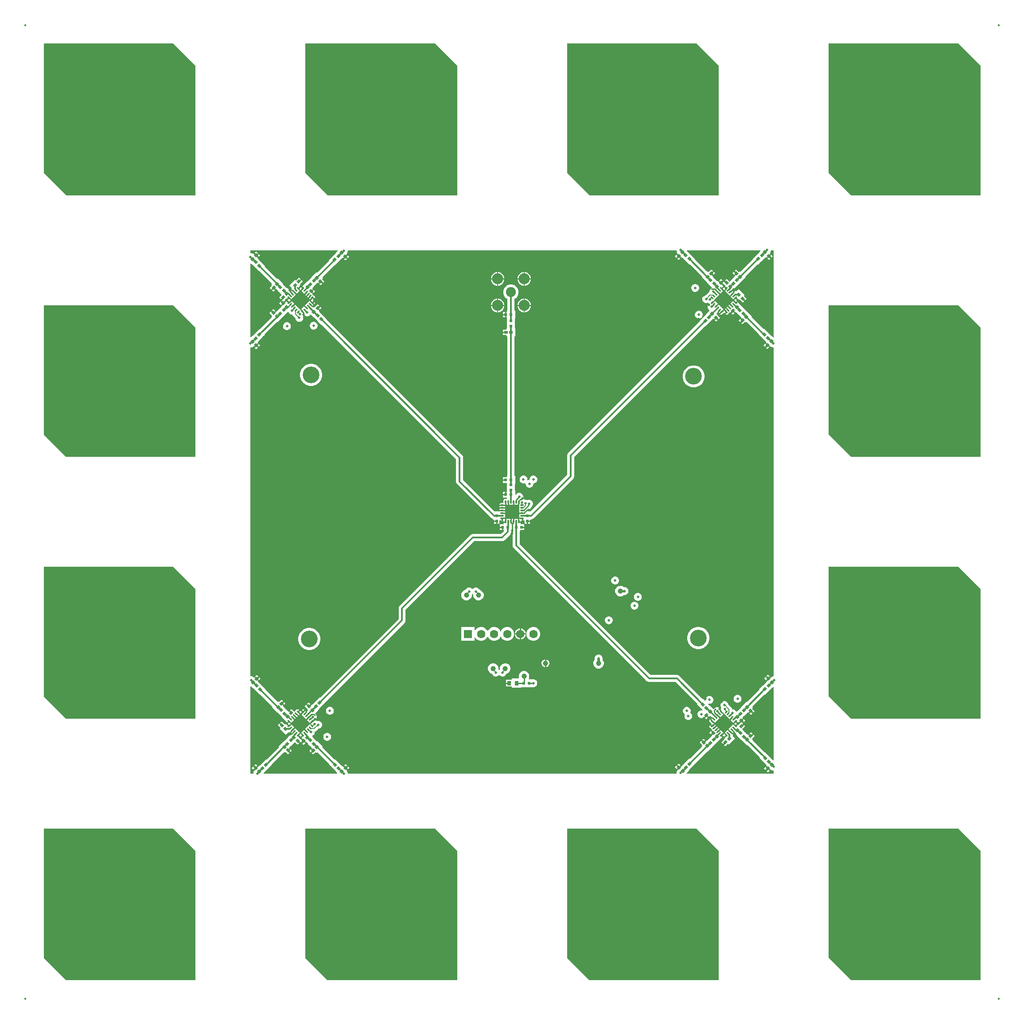
<source format=gbr>
G04*
G04 #@! TF.GenerationSoftware,Altium Limited,Altium Designer,25.0.2 (28)*
G04*
G04 Layer_Physical_Order=1*
G04 Layer_Color=255*
%FSLAX24Y24*%
%MOIN*%
G70*
G04*
G04 #@! TF.SameCoordinates,4B7BC283-7035-4C9F-97D5-5998C8FB6373*
G04*
G04*
G04 #@! TF.FilePolarity,Positive*
G04*
G01*
G75*
%ADD10C,0.0059*%
%ADD14R,0.0236X0.0217*%
G04:AMPARAMS|DCode=15|XSize=21.7mil|YSize=23.6mil|CornerRadius=0mil|HoleSize=0mil|Usage=FLASHONLY|Rotation=315.000|XOffset=0mil|YOffset=0mil|HoleType=Round|Shape=Rectangle|*
%AMROTATEDRECTD15*
4,1,4,-0.0160,-0.0007,0.0007,0.0160,0.0160,0.0007,-0.0007,-0.0160,-0.0160,-0.0007,0.0*
%
%ADD15ROTATEDRECTD15*%

%ADD16R,0.0217X0.0236*%
G04:AMPARAMS|DCode=17|XSize=21.7mil|YSize=23.6mil|CornerRadius=0mil|HoleSize=0mil|Usage=FLASHONLY|Rotation=45.000|XOffset=0mil|YOffset=0mil|HoleType=Round|Shape=Rectangle|*
%AMROTATEDRECTD17*
4,1,4,0.0007,-0.0160,-0.0160,0.0007,-0.0007,0.0160,0.0160,-0.0007,0.0007,-0.0160,0.0*
%
%ADD17ROTATEDRECTD17*%

%ADD18R,0.0256X0.0197*%
G04:AMPARAMS|DCode=19|XSize=19.7mil|YSize=25.6mil|CornerRadius=0mil|HoleSize=0mil|Usage=FLASHONLY|Rotation=315.000|XOffset=0mil|YOffset=0mil|HoleType=Round|Shape=Rectangle|*
%AMROTATEDRECTD19*
4,1,4,-0.0160,-0.0021,0.0021,0.0160,0.0160,0.0021,-0.0021,-0.0160,-0.0160,-0.0021,0.0*
%
%ADD19ROTATEDRECTD19*%

G04:AMPARAMS|DCode=20|XSize=19.7mil|YSize=23.6mil|CornerRadius=0mil|HoleSize=0mil|Usage=FLASHONLY|Rotation=135.000|XOffset=0mil|YOffset=0mil|HoleType=Round|Shape=Rectangle|*
%AMROTATEDRECTD20*
4,1,4,0.0153,0.0014,-0.0014,-0.0153,-0.0153,-0.0014,0.0014,0.0153,0.0153,0.0014,0.0*
%
%ADD20ROTATEDRECTD20*%

G04:AMPARAMS|DCode=21|XSize=19.7mil|YSize=25.6mil|CornerRadius=0mil|HoleSize=0mil|Usage=FLASHONLY|Rotation=45.000|XOffset=0mil|YOffset=0mil|HoleType=Round|Shape=Rectangle|*
%AMROTATEDRECTD21*
4,1,4,0.0021,-0.0160,-0.0160,0.0021,-0.0021,0.0160,0.0160,-0.0021,0.0021,-0.0160,0.0*
%
%ADD21ROTATEDRECTD21*%

G04:AMPARAMS|DCode=22|XSize=19.7mil|YSize=23.6mil|CornerRadius=0mil|HoleSize=0mil|Usage=FLASHONLY|Rotation=45.000|XOffset=0mil|YOffset=0mil|HoleType=Round|Shape=Rectangle|*
%AMROTATEDRECTD22*
4,1,4,0.0014,-0.0153,-0.0153,0.0014,-0.0014,0.0153,0.0153,-0.0014,0.0014,-0.0153,0.0*
%
%ADD22ROTATEDRECTD22*%

G04:AMPARAMS|DCode=23|XSize=11.8mil|YSize=23.6mil|CornerRadius=3mil|HoleSize=0mil|Usage=FLASHONLY|Rotation=225.000|XOffset=0mil|YOffset=0mil|HoleType=Round|Shape=RoundedRectangle|*
%AMROUNDEDRECTD23*
21,1,0.0118,0.0177,0,0,225.0*
21,1,0.0059,0.0236,0,0,225.0*
1,1,0.0059,-0.0084,0.0042*
1,1,0.0059,-0.0042,0.0084*
1,1,0.0059,0.0084,-0.0042*
1,1,0.0059,0.0042,-0.0084*
%
%ADD23ROUNDEDRECTD23*%
G04:AMPARAMS|DCode=24|XSize=23.6mil|YSize=11.8mil|CornerRadius=3mil|HoleSize=0mil|Usage=FLASHONLY|Rotation=225.000|XOffset=0mil|YOffset=0mil|HoleType=Round|Shape=RoundedRectangle|*
%AMROUNDEDRECTD24*
21,1,0.0236,0.0059,0,0,225.0*
21,1,0.0177,0.0118,0,0,225.0*
1,1,0.0059,-0.0084,-0.0042*
1,1,0.0059,0.0042,0.0084*
1,1,0.0059,0.0084,0.0042*
1,1,0.0059,-0.0042,-0.0084*
%
%ADD24ROUNDEDRECTD24*%
%ADD25R,0.0300X0.0320*%
G04:AMPARAMS|DCode=26|XSize=11.8mil|YSize=23.6mil|CornerRadius=3mil|HoleSize=0mil|Usage=FLASHONLY|Rotation=0.000|XOffset=0mil|YOffset=0mil|HoleType=Round|Shape=RoundedRectangle|*
%AMROUNDEDRECTD26*
21,1,0.0118,0.0177,0,0,0.0*
21,1,0.0059,0.0236,0,0,0.0*
1,1,0.0059,0.0030,-0.0089*
1,1,0.0059,-0.0030,-0.0089*
1,1,0.0059,-0.0030,0.0089*
1,1,0.0059,0.0030,0.0089*
%
%ADD26ROUNDEDRECTD26*%
G04:AMPARAMS|DCode=27|XSize=23.6mil|YSize=11.8mil|CornerRadius=3mil|HoleSize=0mil|Usage=FLASHONLY|Rotation=0.000|XOffset=0mil|YOffset=0mil|HoleType=Round|Shape=RoundedRectangle|*
%AMROUNDEDRECTD27*
21,1,0.0236,0.0059,0,0,0.0*
21,1,0.0177,0.0118,0,0,0.0*
1,1,0.0059,0.0089,-0.0030*
1,1,0.0059,-0.0089,-0.0030*
1,1,0.0059,-0.0089,0.0030*
1,1,0.0059,0.0089,0.0030*
%
%ADD27ROUNDEDRECTD27*%
G04:AMPARAMS|DCode=28|XSize=11.8mil|YSize=23.6mil|CornerRadius=3mil|HoleSize=0mil|Usage=FLASHONLY|Rotation=135.000|XOffset=0mil|YOffset=0mil|HoleType=Round|Shape=RoundedRectangle|*
%AMROUNDEDRECTD28*
21,1,0.0118,0.0177,0,0,135.0*
21,1,0.0059,0.0236,0,0,135.0*
1,1,0.0059,0.0042,0.0084*
1,1,0.0059,0.0084,0.0042*
1,1,0.0059,-0.0042,-0.0084*
1,1,0.0059,-0.0084,-0.0042*
%
%ADD28ROUNDEDRECTD28*%
G04:AMPARAMS|DCode=29|XSize=23.6mil|YSize=11.8mil|CornerRadius=3mil|HoleSize=0mil|Usage=FLASHONLY|Rotation=135.000|XOffset=0mil|YOffset=0mil|HoleType=Round|Shape=RoundedRectangle|*
%AMROUNDEDRECTD29*
21,1,0.0236,0.0059,0,0,135.0*
21,1,0.0177,0.0118,0,0,135.0*
1,1,0.0059,-0.0042,0.0084*
1,1,0.0059,0.0084,-0.0042*
1,1,0.0059,0.0042,-0.0084*
1,1,0.0059,-0.0084,0.0042*
%
%ADD29ROUNDEDRECTD29*%
%ADD30R,0.0197X0.0236*%
%ADD60C,0.0394*%
G04:AMPARAMS|DCode=61|XSize=108.3mil|YSize=108.3mil|CornerRadius=5.4mil|HoleSize=0mil|Usage=FLASHONLY|Rotation=225.000|XOffset=0mil|YOffset=0mil|HoleType=Round|Shape=RoundedRectangle|*
%AMROUNDEDRECTD61*
21,1,0.1083,0.0974,0,0,225.0*
21,1,0.0974,0.1083,0,0,225.0*
1,1,0.0108,-0.0689,0.0000*
1,1,0.0108,0.0000,0.0689*
1,1,0.0108,0.0689,0.0000*
1,1,0.0108,0.0000,-0.0689*
%
%ADD61ROUNDEDRECTD61*%
G04:AMPARAMS|DCode=62|XSize=108.3mil|YSize=108.3mil|CornerRadius=5.4mil|HoleSize=0mil|Usage=FLASHONLY|Rotation=0.000|XOffset=0mil|YOffset=0mil|HoleType=Round|Shape=RoundedRectangle|*
%AMROUNDEDRECTD62*
21,1,0.1083,0.0974,0,0,0.0*
21,1,0.0974,0.1083,0,0,0.0*
1,1,0.0108,0.0487,-0.0487*
1,1,0.0108,-0.0487,-0.0487*
1,1,0.0108,-0.0487,0.0487*
1,1,0.0108,0.0487,0.0487*
%
%ADD62ROUNDEDRECTD62*%
G04:AMPARAMS|DCode=63|XSize=108.3mil|YSize=108.3mil|CornerRadius=5.4mil|HoleSize=0mil|Usage=FLASHONLY|Rotation=135.000|XOffset=0mil|YOffset=0mil|HoleType=Round|Shape=RoundedRectangle|*
%AMROUNDEDRECTD63*
21,1,0.1083,0.0974,0,0,135.0*
21,1,0.0974,0.1083,0,0,135.0*
1,1,0.0108,0.0000,0.0689*
1,1,0.0108,0.0689,0.0000*
1,1,0.0108,0.0000,-0.0689*
1,1,0.0108,-0.0689,0.0000*
%
%ADD63ROUNDEDRECTD63*%
%ADD64C,0.0197*%
%ADD65C,0.0098*%
%ADD66C,0.0124*%
%ADD67C,0.0157*%
%ADD68C,0.0118*%
%ADD69C,0.0140*%
%ADD70C,0.0630*%
%ADD71R,0.0600X0.0630*%
%ADD72C,0.0748*%
%ADD73C,0.0827*%
%ADD74C,0.0157*%
%ADD75C,0.1260*%
%ADD76C,0.0197*%
%ADD77C,0.0236*%
G36*
X15535Y72920D02*
Y63173D01*
X5788D01*
X4118Y64844D01*
Y74591D01*
X13865D01*
X15535Y72920D01*
D02*
G37*
G36*
X74591Y72920D02*
Y63173D01*
X64844D01*
X63173Y64844D01*
Y74591D01*
X72920D01*
X74591Y72920D01*
D02*
G37*
G36*
X54906D02*
Y63173D01*
X45159D01*
X43488Y64844D01*
Y74591D01*
X53235D01*
X54906Y72920D01*
D02*
G37*
G36*
X35220D02*
Y63173D01*
X25473D01*
X23803Y64844D01*
Y74591D01*
X33550D01*
X35220Y72920D01*
D02*
G37*
G36*
X59039Y52482D02*
X59003Y52467D01*
X58851Y52620D01*
X58833Y52602D01*
X58577Y52858D01*
X58299Y53137D01*
X58275Y53113D01*
X57369Y54019D01*
X57403Y54053D01*
X56986Y54471D01*
X56979Y54464D01*
X56682Y54760D01*
X56689Y54767D01*
X56366Y55091D01*
X56362Y55108D01*
X56334Y55151D01*
X56231Y55254D01*
X56212Y55281D01*
X56231Y55308D01*
X56287Y55365D01*
X56409Y55244D01*
X56478Y55314D01*
X56687Y55105D01*
X56979Y55397D01*
X56770Y55606D01*
X56840Y55675D01*
X56395Y56121D01*
X56228Y55954D01*
X56111D01*
X56011Y55934D01*
X55999Y55926D01*
X55971Y55945D01*
X55952Y55948D01*
X55945Y55969D01*
X55945Y55971D01*
X55944Y55972D01*
X55940Y55984D01*
X55969Y56013D01*
X56026Y56099D01*
X56029Y56112D01*
X56214Y56297D01*
X56207Y56304D01*
X56506Y56603D01*
X56513Y56596D01*
X56931Y57014D01*
X56895Y57050D01*
X57826Y57981D01*
X57855Y57951D01*
X58134Y58229D01*
X58365Y58461D01*
X58378Y58447D01*
X58448Y58517D01*
X58657Y58308D01*
X58949Y58600D01*
X58740Y58809D01*
X58810Y58879D01*
X58780Y58908D01*
X58796Y58935D01*
X58816Y59011D01*
Y59039D01*
X59039D01*
Y52482D01*
D02*
G37*
G36*
X51726Y59013D02*
X51746Y58938D01*
X51762Y58911D01*
X51725Y58875D01*
X51795Y58805D01*
X51586Y58596D01*
X51879Y58304D01*
X52087Y58513D01*
X52157Y58443D01*
X52179Y58465D01*
X52414Y58229D01*
X52692Y57951D01*
X52721Y57979D01*
X53648Y57052D01*
X53612Y57016D01*
X54029Y56599D01*
X54036Y56606D01*
X54335Y56306D01*
X54328Y56300D01*
X54391Y56237D01*
X54377Y56195D01*
X54317Y56161D01*
X54262Y56106D01*
X54224Y56038D01*
X54203Y55963D01*
Y55887D01*
X54155Y55877D01*
X54080Y55827D01*
X53918Y55664D01*
X53910D01*
X53835Y55644D01*
X53768Y55605D01*
X53713Y55550D01*
X53674Y55483D01*
X53654Y55408D01*
Y55330D01*
X53674Y55255D01*
X53713Y55188D01*
X53768Y55133D01*
X53835Y55094D01*
X53910Y55074D01*
X53988D01*
X54049Y55090D01*
X54110Y55055D01*
X54154Y55043D01*
X54164Y55000D01*
X54123Y54958D01*
X54084Y54891D01*
X54064Y54816D01*
Y54738D01*
X54084Y54663D01*
X54123Y54596D01*
X54177Y54541D01*
X54194Y54532D01*
X54199Y54492D01*
X53962Y54255D01*
X53977Y54240D01*
X53721Y53984D01*
X53457Y53720D01*
X53479Y53698D01*
X43574Y43792D01*
X43516Y43707D01*
X43496Y43606D01*
Y42140D01*
X40741Y39385D01*
X40550D01*
X40535Y39421D01*
X40783Y39670D01*
X40838Y39751D01*
X40841Y39768D01*
X40861Y39788D01*
X40900Y39855D01*
X40920Y39930D01*
Y40008D01*
X40900Y40083D01*
X40861Y40151D01*
X40806Y40206D01*
X40739Y40244D01*
X40664Y40265D01*
X40586D01*
X40511Y40244D01*
X40504Y40240D01*
X40476Y40256D01*
X40401Y40276D01*
X40323D01*
X40312Y40274D01*
X40283Y40303D01*
X40216Y40342D01*
X40186Y40350D01*
X40166Y40396D01*
X40181Y40451D01*
Y40529D01*
X40161Y40604D01*
X40122Y40672D01*
X40067Y40727D01*
X40000Y40765D01*
X39925Y40786D01*
X39847D01*
X39772Y40765D01*
X39704Y40727D01*
X39649Y40672D01*
X39618Y40617D01*
X39579Y40628D01*
Y40950D01*
X39569D01*
Y41442D01*
X39579D01*
Y42052D01*
X39518D01*
Y52554D01*
X39579D01*
Y53145D01*
X39559D01*
Y53401D01*
Y53883D01*
X39579D01*
Y54493D01*
X39524D01*
Y55379D01*
X39610Y55429D01*
X39717Y55535D01*
X39792Y55665D01*
X39831Y55811D01*
Y55961D01*
X39792Y56106D01*
X39717Y56236D01*
X39610Y56343D01*
X39480Y56418D01*
X39335Y56457D01*
X39185D01*
X39039Y56418D01*
X38909Y56343D01*
X38803Y56236D01*
X38728Y56106D01*
X38689Y55961D01*
Y55811D01*
X38728Y55665D01*
X38803Y55535D01*
X38909Y55429D01*
X38996Y55379D01*
Y54493D01*
X38949D01*
Y54395D01*
X38654D01*
Y53981D01*
X38949D01*
Y53883D01*
X38969D01*
Y53401D01*
Y53145D01*
X38929D01*
Y53046D01*
X38654D01*
Y52653D01*
X38929D01*
Y52554D01*
X38990D01*
Y42052D01*
X38949D01*
Y41954D01*
X38654D01*
Y41540D01*
X38949D01*
Y41442D01*
X38959D01*
Y40950D01*
X38949D01*
Y40851D01*
X38654D01*
Y40438D01*
X38949D01*
Y40357D01*
X38916Y40323D01*
X38892Y40328D01*
X38833D01*
X38783Y40318D01*
X38740Y40290D01*
X38712Y40248D01*
X38702Y40198D01*
Y40052D01*
X38696Y40020D01*
X38664Y40013D01*
X38518D01*
X38468Y40003D01*
X38425Y39975D01*
X38397Y39933D01*
X38387Y39883D01*
Y39824D01*
X38397Y39774D01*
X38410Y39755D01*
X38397Y39736D01*
X38387Y39686D01*
Y39627D01*
X38397Y39577D01*
X38410Y39558D01*
X38397Y39539D01*
X38387Y39489D01*
Y39430D01*
X38390Y39415D01*
X38365Y39385D01*
X38037D01*
X35669Y41752D01*
Y43440D01*
X35649Y43541D01*
X35592Y43627D01*
X25403Y53816D01*
X25425Y53838D01*
X24966Y54297D01*
X24865Y54398D01*
X24878Y54410D01*
X24808Y54480D01*
X25017Y54689D01*
X24725Y54981D01*
X24516Y54772D01*
X24447Y54842D01*
X24413Y54808D01*
X24365Y54856D01*
X24369Y54868D01*
X24369Y54869D01*
X24370Y54872D01*
X24377Y54892D01*
X24396Y54896D01*
X24438Y54924D01*
X24480Y54966D01*
X24509Y55008D01*
X24518Y55058D01*
X24509Y55108D01*
X24480Y55151D01*
X24377Y55254D01*
X24358Y55281D01*
X24377Y55308D01*
X24480Y55412D01*
X24509Y55454D01*
X24518Y55504D01*
X24509Y55554D01*
X24480Y55596D01*
X24438Y55638D01*
X24396Y55666D01*
X24374Y55671D01*
X24369Y55693D01*
X24341Y55735D01*
X24319Y55758D01*
X24526Y55965D01*
X24317Y56174D01*
X24387Y56244D01*
X24380Y56251D01*
X24676Y56547D01*
X24697Y56526D01*
X24767Y56596D01*
X24962Y56401D01*
X25240Y56679D01*
X25045Y56874D01*
X25115Y56944D01*
X25063Y56995D01*
X25969Y57901D01*
X25990Y57881D01*
X26268Y58159D01*
X26524Y58416D01*
X26535Y58405D01*
X26604Y58475D01*
X26813Y58266D01*
X27105Y58558D01*
X26896Y58767D01*
X26966Y58837D01*
X26951Y58852D01*
X26966Y58880D01*
X26987Y58955D01*
Y59032D01*
X26992Y59039D01*
X51726D01*
Y59013D01*
D02*
G37*
G36*
X58043Y59003D02*
X57933Y58893D01*
X57947Y58878D01*
X57716Y58647D01*
X57438Y58369D01*
X57452Y58354D01*
X56521Y57423D01*
X56471Y57473D01*
X56402Y57403D01*
X56207Y57598D01*
X55928Y57320D01*
X56123Y57125D01*
X56054Y57055D01*
X56075Y57034D01*
X55775Y56735D01*
X55768Y56742D01*
X55699Y56673D01*
X55490Y56881D01*
X55272Y56664D01*
X55052Y56884D01*
X54843Y56675D01*
X54774Y56745D01*
X54767Y56738D01*
X54468Y57037D01*
X54488Y57058D01*
X54419Y57128D01*
X54614Y57323D01*
X54335Y57601D01*
X54140Y57406D01*
X54071Y57476D01*
X54021Y57426D01*
X53094Y58353D01*
X53110Y58368D01*
X52596Y58882D01*
X52602Y58889D01*
X52488Y59003D01*
X52503Y59039D01*
X58028D01*
X58043Y59003D01*
D02*
G37*
G36*
X26241D02*
X26089Y58851D01*
X26107Y58833D01*
X25850Y58577D01*
X25572Y58299D01*
X25596Y58275D01*
X24690Y57369D01*
X24655Y57403D01*
X24238Y56986D01*
X24245Y56979D01*
X23948Y56682D01*
X23942Y56689D01*
X23618Y56366D01*
X23600Y56362D01*
X23558Y56334D01*
X23455Y56231D01*
X23428Y56212D01*
X23400Y56231D01*
X23344Y56287D01*
X23465Y56409D01*
X23395Y56478D01*
X23604Y56687D01*
X23312Y56979D01*
X23103Y56770D01*
X23033Y56840D01*
X22588Y56395D01*
X22755Y56228D01*
Y56111D01*
X22774Y56011D01*
X22782Y55999D01*
X22764Y55971D01*
X22760Y55949D01*
X22737Y55945D01*
X22724Y55936D01*
X22693Y55967D01*
X22609Y56023D01*
X22601Y56025D01*
X22412Y56214D01*
X22405Y56207D01*
X22106Y56506D01*
X22113Y56513D01*
X21695Y56931D01*
X21659Y56895D01*
X20728Y57826D01*
X20758Y57855D01*
X20248Y58365D01*
X20261Y58378D01*
X20192Y58448D01*
X20401Y58657D01*
X20108Y58949D01*
X19899Y58740D01*
X19830Y58810D01*
X19808Y58787D01*
X19780Y58803D01*
X19705Y58823D01*
X19669D01*
Y59039D01*
X26226D01*
X26241Y59003D01*
D02*
G37*
G36*
X19816Y57933D02*
X19830Y57947D01*
X20062Y57716D01*
X20340Y57438D01*
X20355Y57452D01*
X21286Y56521D01*
X21236Y56471D01*
X21305Y56402D01*
X21110Y56207D01*
X21389Y55928D01*
X21584Y56123D01*
X21653Y56054D01*
X21674Y56075D01*
X21973Y55775D01*
X21967Y55768D01*
X22036Y55699D01*
X21827Y55490D01*
X22045Y55272D01*
X21825Y55052D01*
X22033Y54843D01*
X21964Y54774D01*
X21971Y54767D01*
X21671Y54468D01*
X21651Y54488D01*
X21581Y54419D01*
X21386Y54614D01*
X21108Y54335D01*
X21303Y54140D01*
X21233Y54071D01*
X21287Y54017D01*
X20368Y53098D01*
X20350Y53117D01*
X19904Y52671D01*
X19828Y52595D01*
X19813Y52609D01*
X19706Y52502D01*
X19669Y52517D01*
Y58028D01*
X19706Y58043D01*
X19816Y57933D01*
D02*
G37*
G36*
X22514Y54377D02*
X22548Y54317D01*
X22603Y54262D01*
X22670Y54224D01*
X22745Y54203D01*
X22822D01*
X22832Y54155D01*
X22882Y54080D01*
X23044Y53918D01*
Y53910D01*
X23064Y53835D01*
X23103Y53768D01*
X23158Y53713D01*
X23226Y53674D01*
X23301Y53654D01*
X23378D01*
X23453Y53674D01*
X23521Y53713D01*
X23576Y53768D01*
X23615Y53835D01*
X23635Y53910D01*
Y53988D01*
X23618Y54049D01*
X23654Y54110D01*
X23666Y54154D01*
X23709Y54164D01*
X23750Y54123D01*
X23818Y54084D01*
X23893Y54064D01*
X23970D01*
X24046Y54084D01*
X24113Y54123D01*
X24166Y54176D01*
X24176Y54183D01*
X24210Y54188D01*
X24433Y53965D01*
X24448Y53980D01*
X24743Y53685D01*
X25007Y53421D01*
X25030Y53443D01*
X35142Y43331D01*
Y41643D01*
X35162Y41542D01*
X35219Y41456D01*
X37792Y38883D01*
X37878Y38826D01*
X37896Y38823D01*
Y38755D01*
X37994D01*
Y38460D01*
X38407D01*
Y38712D01*
X38447Y38733D01*
X38468Y38719D01*
X38518Y38709D01*
X38664D01*
X38696Y38703D01*
X38702Y38671D01*
Y38525D01*
X38712Y38475D01*
X38713Y38474D01*
Y38410D01*
X38417D01*
Y37997D01*
X38713D01*
Y37908D01*
X38485Y37680D01*
X36390D01*
X36289Y37660D01*
X36203Y37603D01*
X30888Y32288D01*
X30831Y32202D01*
X30811Y32101D01*
Y31305D01*
X24911Y25406D01*
X24889Y25428D01*
X24430Y24969D01*
X24330Y24869D01*
X24317Y24881D01*
X24248Y24811D01*
X24039Y25020D01*
X23747Y24728D01*
X23955Y24519D01*
X23886Y24450D01*
X23911Y24424D01*
X23852Y24365D01*
X23840Y24369D01*
X23839Y24369D01*
X23837Y24370D01*
X23816Y24377D01*
X23813Y24396D01*
X23784Y24438D01*
X23742Y24480D01*
X23700Y24509D01*
X23650Y24518D01*
X23600Y24509D01*
X23558Y24480D01*
X23455Y24377D01*
X23428Y24358D01*
X23400Y24377D01*
X23297Y24480D01*
X23255Y24509D01*
X23205Y24518D01*
X23155Y24509D01*
X23113Y24480D01*
X23071Y24438D01*
X23043Y24396D01*
X23038Y24374D01*
X23016Y24369D01*
X22973Y24341D01*
X22951Y24319D01*
X22743Y24526D01*
X22534Y24317D01*
X22465Y24387D01*
X22458Y24380D01*
X22162Y24676D01*
X22183Y24697D01*
X22113Y24767D01*
X22308Y24962D01*
X22029Y25240D01*
X21835Y25045D01*
X21765Y25115D01*
X21713Y25063D01*
X20807Y25969D01*
X20828Y25990D01*
X20382Y26435D01*
X20293Y26524D01*
X20303Y26535D01*
X20234Y26604D01*
X20443Y26813D01*
X20150Y27105D01*
X19941Y26896D01*
X19872Y26966D01*
X19856Y26951D01*
X19829Y26966D01*
X19754Y26987D01*
X19676D01*
X19669Y26992D01*
Y51719D01*
X19702D01*
X19777Y51739D01*
X19805Y51755D01*
X19827Y51732D01*
X19897Y51802D01*
X20105Y51593D01*
X20398Y51886D01*
X20189Y52094D01*
X20259Y52164D01*
X20245Y52177D01*
X20322Y52254D01*
X20767Y52699D01*
X20741Y52725D01*
X21660Y53644D01*
X21692Y53612D01*
X22110Y54029D01*
X22103Y54036D01*
X22402Y54335D01*
X22409Y54328D01*
X22472Y54391D01*
X22514Y54377D01*
D02*
G37*
G36*
X56244Y54322D02*
X56251Y54329D01*
X56547Y54032D01*
X56526Y54011D01*
X56596Y53942D01*
X56401Y53747D01*
X56679Y53469D01*
X56874Y53663D01*
X56944Y53594D01*
X56995Y53646D01*
X57901Y52740D01*
X57881Y52719D01*
X58159Y52441D01*
X58416Y52185D01*
X58405Y52174D01*
X58475Y52105D01*
X58266Y51896D01*
X58558Y51603D01*
X58767Y51812D01*
X58837Y51743D01*
X58866Y51772D01*
X58893Y51756D01*
X58969Y51736D01*
X59039D01*
Y26990D01*
X59006D01*
X58931Y26970D01*
X58904Y26954D01*
X58882Y26976D01*
X58812Y26907D01*
X58603Y27115D01*
X58311Y26823D01*
X58520Y26614D01*
X58450Y26545D01*
X58463Y26532D01*
X58220Y26288D01*
X57941Y26010D01*
X57967Y25984D01*
X57049Y25065D01*
X57016Y25097D01*
X56599Y24680D01*
X56606Y24673D01*
X56306Y24373D01*
X56300Y24380D01*
X56237Y24318D01*
X56195Y24332D01*
X56161Y24391D01*
X56106Y24446D01*
X56038Y24485D01*
X55963Y24505D01*
X55893D01*
X55877Y24588D01*
X55827Y24663D01*
X55618Y24872D01*
X55602Y24932D01*
X55563Y24999D01*
X55508Y25054D01*
X55441Y25093D01*
X55366Y25113D01*
X55288D01*
X55213Y25093D01*
X55145Y25054D01*
X55090Y24999D01*
X55052Y24932D01*
X55031Y24857D01*
Y24779D01*
X55052Y24704D01*
X55082Y24652D01*
X55063Y24580D01*
Y24522D01*
X55060Y24520D01*
X55020Y24520D01*
X55013Y24531D01*
X54958Y24586D01*
X54891Y24625D01*
X54816Y24645D01*
X54738D01*
X54663Y24625D01*
X54596Y24586D01*
X54541Y24531D01*
X54537Y24525D01*
X54498Y24520D01*
X54252Y24766D01*
X54237Y24750D01*
X54097Y24891D01*
X54117Y24926D01*
X54154Y24916D01*
X54231D01*
X54307Y24937D01*
X54374Y24975D01*
X54429Y25030D01*
X54468Y25098D01*
X54488Y25173D01*
Y25251D01*
X54468Y25326D01*
X54429Y25393D01*
X54374Y25448D01*
X54307Y25487D01*
X54231Y25507D01*
X54154D01*
X54079Y25487D01*
X54011Y25448D01*
X53956Y25393D01*
X53917Y25326D01*
X53897Y25251D01*
Y25173D01*
X53907Y25136D01*
X53872Y25116D01*
X53678Y25310D01*
X53655Y25288D01*
X51931Y27012D01*
X51845Y27070D01*
X51744Y27090D01*
X49767D01*
X39914Y36943D01*
Y37899D01*
X39972D01*
Y37997D01*
X40268D01*
Y38410D01*
X39996D01*
X39980Y38450D01*
X39997Y38475D01*
X40006Y38525D01*
Y38671D01*
X40013Y38703D01*
X40045Y38709D01*
X40191D01*
X40238Y38719D01*
X40247Y38718D01*
X40278Y38702D01*
Y38460D01*
X40691D01*
Y38755D01*
X40789D01*
Y38806D01*
X40799D01*
X40900Y38826D01*
X40986Y38883D01*
X43947Y41844D01*
X44004Y41930D01*
X44024Y42031D01*
Y43496D01*
X53852Y53325D01*
X53874Y53302D01*
X54139Y53567D01*
X54395Y53823D01*
X54407Y53810D01*
X54477Y53880D01*
X54686Y53671D01*
X54978Y53963D01*
X54769Y54172D01*
X54839Y54242D01*
X54796Y54284D01*
X54856Y54344D01*
X54868Y54340D01*
X54869Y54339D01*
X54872Y54339D01*
X54892Y54332D01*
X54896Y54313D01*
X54924Y54270D01*
X54966Y54228D01*
X55008Y54200D01*
X55058Y54190D01*
X55108Y54200D01*
X55151Y54228D01*
X55254Y54332D01*
X55281Y54350D01*
X55308Y54332D01*
X55412Y54228D01*
X55454Y54200D01*
X55504Y54190D01*
X55554Y54200D01*
X55596Y54228D01*
X55638Y54270D01*
X55666Y54313D01*
X55671Y54335D01*
X55693Y54339D01*
X55735Y54368D01*
X55758Y54390D01*
X55965Y54183D01*
X56174Y54391D01*
X56244Y54322D01*
D02*
G37*
G36*
X15535Y53235D02*
Y43488D01*
X5788D01*
X4118Y45159D01*
Y54906D01*
X13865D01*
X15535Y53235D01*
D02*
G37*
G36*
X74591Y53235D02*
Y43488D01*
X64844D01*
X63173Y45159D01*
Y54906D01*
X72920D01*
X74591Y53235D01*
D02*
G37*
G36*
X59039Y26192D02*
Y20681D01*
X59003Y20666D01*
X58893Y20776D01*
X58878Y20761D01*
X58647Y20993D01*
X58369Y21271D01*
X58350Y21253D01*
X57419Y22184D01*
X57473Y22237D01*
X57403Y22307D01*
X57598Y22502D01*
X57320Y22780D01*
X57125Y22585D01*
X57055Y22655D01*
X57034Y22634D01*
X56735Y22933D01*
X56742Y22940D01*
X56673Y23010D01*
X56881Y23219D01*
X56664Y23436D01*
X56884Y23656D01*
X56675Y23865D01*
X56745Y23935D01*
X56738Y23942D01*
X57037Y24241D01*
X57058Y24220D01*
X57128Y24290D01*
X57323Y24095D01*
X57601Y24373D01*
X57406Y24568D01*
X57476Y24638D01*
X57422Y24692D01*
X58340Y25610D01*
X58359Y25592D01*
X58637Y25870D01*
X58881Y26114D01*
X58895Y26099D01*
X59003Y26207D01*
X59039Y26192D01*
D02*
G37*
G36*
X39386Y36834D02*
X39406Y36733D01*
X39463Y36647D01*
X49471Y26639D01*
X49556Y26582D01*
X49657Y26562D01*
X51635D01*
X53282Y24915D01*
X53260Y24892D01*
X53524Y24628D01*
X53700Y24452D01*
X53680Y24417D01*
X53633Y24429D01*
X53556D01*
X53481Y24409D01*
X53413Y24370D01*
X53358Y24315D01*
X53319Y24248D01*
X53299Y24173D01*
Y24095D01*
X53319Y24020D01*
X53358Y23953D01*
X53413Y23898D01*
X53481Y23859D01*
X53556Y23839D01*
X53633D01*
X53708Y23859D01*
X53776Y23898D01*
X53794Y23916D01*
X53960Y23750D01*
X54169Y23958D01*
X54239Y23889D01*
X54273Y23923D01*
X54344Y23852D01*
X54340Y23840D01*
X54339Y23839D01*
X54339Y23837D01*
X54332Y23816D01*
X54313Y23813D01*
X54270Y23784D01*
X54228Y23742D01*
X54200Y23700D01*
X54190Y23650D01*
X54200Y23600D01*
X54228Y23558D01*
X54332Y23455D01*
X54350Y23428D01*
X54332Y23400D01*
X54228Y23297D01*
X54200Y23255D01*
X54190Y23205D01*
X54200Y23155D01*
X54228Y23113D01*
X54270Y23071D01*
X54313Y23043D01*
X54335Y23038D01*
X54339Y23016D01*
X54368Y22973D01*
X54390Y22951D01*
X54183Y22743D01*
X54391Y22534D01*
X54322Y22465D01*
X54329Y22458D01*
X54032Y22162D01*
X54011Y22182D01*
X53942Y22113D01*
X53747Y22308D01*
X53469Y22029D01*
X53663Y21834D01*
X53594Y21765D01*
X53646Y21713D01*
X52740Y20807D01*
X52719Y20828D01*
X52274Y20382D01*
X52184Y20293D01*
X52174Y20303D01*
X52105Y20234D01*
X51896Y20443D01*
X51603Y20150D01*
X51812Y19941D01*
X51743Y19872D01*
X51758Y19856D01*
X51742Y19829D01*
X51722Y19754D01*
Y19676D01*
X51717Y19669D01*
X26990D01*
Y19702D01*
X26970Y19777D01*
X26954Y19805D01*
X26976Y19827D01*
X26907Y19897D01*
X27115Y20105D01*
X26823Y20398D01*
X26614Y20189D01*
X26545Y20259D01*
X26532Y20245D01*
X26288Y20489D01*
X26010Y20767D01*
X25984Y20741D01*
X25065Y21660D01*
X25097Y21692D01*
X24680Y22110D01*
X24673Y22103D01*
X24373Y22402D01*
X24380Y22409D01*
X24318Y22472D01*
X24332Y22514D01*
X24391Y22548D01*
X24446Y22603D01*
X24485Y22670D01*
X24505Y22745D01*
Y22822D01*
X24554Y22832D01*
X24629Y22882D01*
X24791Y23044D01*
X24799D01*
X24874Y23064D01*
X24941Y23103D01*
X24996Y23158D01*
X25035Y23226D01*
X25055Y23301D01*
Y23378D01*
X25035Y23453D01*
X24996Y23521D01*
X24941Y23576D01*
X24874Y23615D01*
X24799Y23635D01*
X24721D01*
X24660Y23618D01*
X24598Y23654D01*
X24555Y23666D01*
X24545Y23709D01*
X24586Y23750D01*
X24625Y23818D01*
X24645Y23893D01*
Y23970D01*
X24625Y24046D01*
X24586Y24113D01*
X24531Y24168D01*
X24527Y24200D01*
X24763Y24436D01*
X24747Y24451D01*
X24848Y24551D01*
X25307Y25010D01*
X25285Y25033D01*
X31261Y31009D01*
X31319Y31095D01*
X31339Y31196D01*
Y31992D01*
X36499Y37152D01*
X38594D01*
X38695Y37173D01*
X38781Y37230D01*
X39214Y37663D01*
X39271Y37748D01*
X39291Y37849D01*
Y37899D01*
X39386D01*
Y36834D01*
D02*
G37*
G36*
X15535Y33550D02*
Y23803D01*
X5788D01*
X4118Y25473D01*
Y35220D01*
X13865D01*
X15535Y33550D01*
D02*
G37*
G36*
X74591Y33550D02*
Y23803D01*
X64844D01*
X63173Y25473D01*
Y35220D01*
X72920D01*
X74591Y33550D01*
D02*
G37*
G36*
X19858Y26089D02*
X19875Y26107D01*
X20132Y25850D01*
X20410Y25572D01*
X20434Y25596D01*
X21340Y24690D01*
X21306Y24655D01*
X21723Y24238D01*
X21730Y24245D01*
X22026Y23948D01*
X22019Y23942D01*
X22343Y23618D01*
X22347Y23600D01*
X22375Y23558D01*
X22478Y23455D01*
X22497Y23428D01*
X22478Y23400D01*
X22421Y23344D01*
X22300Y23465D01*
X22231Y23395D01*
X22022Y23604D01*
X21729Y23312D01*
X21938Y23103D01*
X21869Y23033D01*
X22314Y22588D01*
X22481Y22755D01*
X22598D01*
X22698Y22774D01*
X22710Y22782D01*
X22737Y22764D01*
X22757Y22760D01*
X22764Y22740D01*
X22764Y22737D01*
X22765Y22736D01*
X22769Y22724D01*
X22740Y22695D01*
X22683Y22610D01*
X22680Y22597D01*
X22495Y22412D01*
X22502Y22405D01*
X22203Y22106D01*
X22196Y22113D01*
X21778Y21695D01*
X21810Y21663D01*
X20879Y20732D01*
X20853Y20758D01*
X20344Y20248D01*
X20330Y20261D01*
X20261Y20192D01*
X20052Y20401D01*
X19760Y20108D01*
X19968Y19899D01*
X19899Y19830D01*
X19921Y19808D01*
X19905Y19780D01*
X19885Y19705D01*
Y19669D01*
X19669D01*
Y26226D01*
X19706Y26241D01*
X19858Y26089D01*
D02*
G37*
G36*
X56013Y22740D02*
X56099Y22683D01*
X56112Y22680D01*
X56297Y22495D01*
X56304Y22502D01*
X56603Y22203D01*
X56596Y22196D01*
X57014Y21778D01*
X57046Y21810D01*
X57977Y20879D01*
X57951Y20853D01*
X58229Y20575D01*
X58461Y20344D01*
X58447Y20330D01*
X58517Y20261D01*
X58308Y20052D01*
X58600Y19760D01*
X58809Y19968D01*
X58879Y19899D01*
X58901Y19921D01*
X58928Y19905D01*
X59004Y19885D01*
X59039D01*
Y19669D01*
X52482D01*
X52467Y19706D01*
X52620Y19858D01*
X52602Y19875D01*
X52691Y19965D01*
X53137Y20410D01*
X53113Y20434D01*
X54019Y21340D01*
X54053Y21306D01*
X54471Y21723D01*
X54464Y21730D01*
X54760Y22026D01*
X54767Y22019D01*
X55091Y22343D01*
X55108Y22347D01*
X55151Y22375D01*
X55254Y22478D01*
X55281Y22497D01*
X55308Y22478D01*
X55365Y22421D01*
X55244Y22300D01*
X55314Y22231D01*
X55105Y22022D01*
X55397Y21729D01*
X55606Y21938D01*
X55675Y21869D01*
X56121Y22314D01*
X55954Y22481D01*
Y22598D01*
X55934Y22698D01*
X55926Y22710D01*
X55945Y22737D01*
X55948Y22757D01*
X55969Y22764D01*
X55971Y22764D01*
X55972Y22765D01*
X55984Y22769D01*
X56013Y22740D01*
D02*
G37*
G36*
X23656Y21825D02*
X23865Y22033D01*
X23935Y21964D01*
X23942Y21971D01*
X24241Y21671D01*
X24220Y21651D01*
X24290Y21581D01*
X24095Y21386D01*
X24373Y21108D01*
X24568Y21303D01*
X24638Y21233D01*
X24692Y21287D01*
X25610Y20368D01*
X25592Y20350D01*
X25870Y20072D01*
X26114Y19828D01*
X26099Y19813D01*
X26207Y19706D01*
X26192Y19669D01*
X20681D01*
X20666Y19706D01*
X20776Y19816D01*
X20761Y19830D01*
X21271Y20340D01*
X21253Y20358D01*
X22184Y21289D01*
X22237Y21236D01*
X22307Y21305D01*
X22502Y21110D01*
X22780Y21389D01*
X22585Y21584D01*
X22655Y21653D01*
X22634Y21674D01*
X22933Y21973D01*
X22940Y21967D01*
X23010Y22036D01*
X23219Y21827D01*
X23436Y22045D01*
X23656Y21825D01*
D02*
G37*
G36*
X74591Y13865D02*
Y4118D01*
X64844D01*
X63173Y5789D01*
Y15536D01*
X72920D01*
X74591Y13865D01*
D02*
G37*
G36*
X54906Y13865D02*
Y4118D01*
X45159D01*
X43488Y5788D01*
Y15535D01*
X53235D01*
X54906Y13865D01*
D02*
G37*
G36*
X35220D02*
Y4118D01*
X25473D01*
X23803Y5788D01*
Y15535D01*
X33550D01*
X35220Y13865D01*
D02*
G37*
G36*
X15535D02*
Y4118D01*
X5788D01*
X4118Y5788D01*
Y15535D01*
X13865D01*
X15535Y13865D01*
D02*
G37*
%LPC*%
G36*
X38327Y57398D02*
X38309D01*
Y56935D01*
X38772D01*
Y56953D01*
X38737Y57083D01*
X38669Y57200D01*
X38574Y57295D01*
X38457Y57363D01*
X38327Y57398D01*
D02*
G37*
G36*
X40327D02*
X40309D01*
Y56935D01*
X40772D01*
Y56953D01*
X40737Y57083D01*
X40669Y57200D01*
X40574Y57295D01*
X40457Y57363D01*
X40327Y57398D01*
D02*
G37*
G36*
X38211D02*
X38192D01*
X38062Y57363D01*
X37946Y57295D01*
X37850Y57200D01*
X37783Y57083D01*
X37748Y56953D01*
Y56935D01*
X38211D01*
Y57398D01*
D02*
G37*
G36*
X40211D02*
X40192D01*
X40062Y57363D01*
X39946Y57295D01*
X39850Y57200D01*
X39783Y57083D01*
X39748Y56953D01*
Y56935D01*
X40211D01*
Y57398D01*
D02*
G37*
G36*
X40772Y56837D02*
X40309D01*
Y56374D01*
X40327D01*
X40457Y56409D01*
X40574Y56476D01*
X40669Y56572D01*
X40737Y56688D01*
X40772Y56818D01*
Y56837D01*
D02*
G37*
G36*
X40211D02*
X39748D01*
Y56818D01*
X39783Y56688D01*
X39850Y56572D01*
X39946Y56476D01*
X40062Y56409D01*
X40192Y56374D01*
X40211D01*
Y56837D01*
D02*
G37*
G36*
X38772D02*
X38309D01*
Y56374D01*
X38327D01*
X38457Y56409D01*
X38574Y56476D01*
X38669Y56572D01*
X38737Y56688D01*
X38772Y56818D01*
Y56837D01*
D02*
G37*
G36*
X38211D02*
X37748D01*
Y56818D01*
X37783Y56688D01*
X37850Y56572D01*
X37946Y56476D01*
X38062Y56409D01*
X38192Y56374D01*
X38211D01*
Y56837D01*
D02*
G37*
G36*
X53161Y56491D02*
X53083D01*
X53008Y56471D01*
X52941Y56432D01*
X52886Y56377D01*
X52847Y56310D01*
X52827Y56235D01*
Y56157D01*
X52847Y56082D01*
X52886Y56015D01*
X52941Y55960D01*
X53008Y55921D01*
X53083Y55901D01*
X53161D01*
X53236Y55921D01*
X53303Y55960D01*
X53358Y56015D01*
X53397Y56082D01*
X53417Y56157D01*
Y56235D01*
X53397Y56310D01*
X53358Y56377D01*
X53303Y56432D01*
X53236Y56471D01*
X53161Y56491D01*
D02*
G37*
G36*
X38327Y55398D02*
X38309D01*
Y54935D01*
X38772D01*
Y54953D01*
X38737Y55083D01*
X38669Y55200D01*
X38574Y55295D01*
X38457Y55363D01*
X38327Y55398D01*
D02*
G37*
G36*
X40327D02*
X40309D01*
Y54935D01*
X40772D01*
Y54953D01*
X40737Y55083D01*
X40669Y55200D01*
X40574Y55295D01*
X40457Y55363D01*
X40327Y55398D01*
D02*
G37*
G36*
X38211D02*
X38192D01*
X38062Y55363D01*
X37946Y55295D01*
X37850Y55200D01*
X37783Y55083D01*
X37748Y54953D01*
Y54935D01*
X38211D01*
Y55398D01*
D02*
G37*
G36*
X40211D02*
X40192D01*
X40062Y55363D01*
X39946Y55295D01*
X39850Y55200D01*
X39783Y55083D01*
X39748Y54953D01*
Y54935D01*
X40211D01*
Y55398D01*
D02*
G37*
G36*
X40772Y54837D02*
X40309D01*
Y54374D01*
X40327D01*
X40457Y54409D01*
X40574Y54476D01*
X40669Y54572D01*
X40737Y54688D01*
X40772Y54818D01*
Y54837D01*
D02*
G37*
G36*
X40211D02*
X39748D01*
Y54818D01*
X39783Y54688D01*
X39850Y54572D01*
X39946Y54476D01*
X40062Y54409D01*
X40192Y54374D01*
X40211D01*
Y54837D01*
D02*
G37*
G36*
X38772D02*
X38309D01*
Y54374D01*
X38327D01*
X38457Y54409D01*
X38574Y54476D01*
X38669Y54572D01*
X38737Y54688D01*
X38772Y54818D01*
Y54837D01*
D02*
G37*
G36*
X38211D02*
X37748D01*
Y54818D01*
X37783Y54688D01*
X37850Y54572D01*
X37946Y54476D01*
X38062Y54409D01*
X38192Y54374D01*
X38211D01*
Y54837D01*
D02*
G37*
G36*
X53437Y54483D02*
X53359D01*
X53284Y54463D01*
X53216Y54424D01*
X53161Y54369D01*
X53122Y54302D01*
X53102Y54227D01*
Y54149D01*
X53122Y54074D01*
X53161Y54007D01*
X53216Y53952D01*
X53284Y53913D01*
X53359Y53893D01*
X53437D01*
X53512Y53913D01*
X53579Y53952D01*
X53634Y54007D01*
X53673Y54074D01*
X53693Y54149D01*
Y54227D01*
X53673Y54302D01*
X53634Y54369D01*
X53579Y54424D01*
X53512Y54463D01*
X53437Y54483D01*
D02*
G37*
G36*
X40996Y42082D02*
X40918D01*
X40843Y42062D01*
X40775Y42023D01*
X40720Y41968D01*
X40682Y41900D01*
X40661Y41825D01*
Y41767D01*
X40622D01*
X40547Y41747D01*
X40542Y41743D01*
X40504Y41767D01*
Y41825D01*
X40484Y41900D01*
X40445Y41968D01*
X40390Y42023D01*
X40323Y42062D01*
X40248Y42082D01*
X40170D01*
X40095Y42062D01*
X40027Y42023D01*
X39972Y41968D01*
X39934Y41900D01*
X39913Y41825D01*
Y41748D01*
X39934Y41673D01*
X39972Y41605D01*
X40027Y41550D01*
X40095Y41511D01*
X40170Y41491D01*
X40248D01*
X40323Y41511D01*
X40328Y41515D01*
X40366Y41491D01*
Y41433D01*
X40386Y41358D01*
X40425Y41290D01*
X40480Y41235D01*
X40547Y41196D01*
X40622Y41176D01*
X40700D01*
X40775Y41196D01*
X40843Y41235D01*
X40898Y41290D01*
X40936Y41358D01*
X40957Y41433D01*
Y41491D01*
X40996D01*
X41071Y41511D01*
X41138Y41550D01*
X41193Y41605D01*
X41232Y41673D01*
X41252Y41748D01*
Y41825D01*
X41232Y41900D01*
X41193Y41968D01*
X41138Y42023D01*
X41071Y42062D01*
X40996Y42082D01*
D02*
G37*
G36*
X24460Y53657D02*
X24382D01*
X24307Y53636D01*
X24240Y53598D01*
X24185Y53543D01*
X24146Y53475D01*
X24126Y53400D01*
Y53322D01*
X24146Y53247D01*
X24185Y53180D01*
X24240Y53125D01*
X24307Y53086D01*
X24382Y53066D01*
X24460D01*
X24535Y53086D01*
X24603Y53125D01*
X24658Y53180D01*
X24696Y53247D01*
X24717Y53322D01*
Y53400D01*
X24696Y53475D01*
X24658Y53543D01*
X24603Y53598D01*
X24535Y53636D01*
X24460Y53657D01*
D02*
G37*
G36*
X22452Y53617D02*
X22375D01*
X22299Y53597D01*
X22232Y53558D01*
X22177Y53503D01*
X22138Y53436D01*
X22118Y53361D01*
Y53283D01*
X22138Y53208D01*
X22177Y53141D01*
X22232Y53086D01*
X22299Y53047D01*
X22375Y53027D01*
X22452D01*
X22527Y53047D01*
X22595Y53086D01*
X22650Y53141D01*
X22689Y53208D01*
X22709Y53283D01*
Y53361D01*
X22689Y53436D01*
X22650Y53503D01*
X22595Y53558D01*
X22527Y53597D01*
X22452Y53617D01*
D02*
G37*
G36*
X24310Y50484D02*
X24147D01*
X23987Y50453D01*
X23837Y50390D01*
X23701Y50300D01*
X23586Y50185D01*
X23496Y50049D01*
X23433Y49899D01*
X23402Y49739D01*
Y49576D01*
X23433Y49416D01*
X23496Y49266D01*
X23586Y49130D01*
X23701Y49015D01*
X23837Y48925D01*
X23987Y48862D01*
X24147Y48831D01*
X24310D01*
X24470Y48862D01*
X24620Y48925D01*
X24755Y49015D01*
X24871Y49130D01*
X24961Y49266D01*
X25023Y49416D01*
X25055Y49576D01*
Y49739D01*
X25023Y49899D01*
X24961Y50049D01*
X24871Y50185D01*
X24755Y50300D01*
X24620Y50390D01*
X24470Y50453D01*
X24310Y50484D01*
D02*
G37*
G36*
X24168Y30622D02*
X24005D01*
X23845Y30590D01*
X23695Y30528D01*
X23560Y30438D01*
X23444Y30322D01*
X23354Y30187D01*
X23292Y30036D01*
X23260Y29877D01*
Y29714D01*
X23292Y29554D01*
X23354Y29404D01*
X23444Y29268D01*
X23560Y29153D01*
X23695Y29063D01*
X23845Y29000D01*
X24005Y28968D01*
X24168D01*
X24328Y29000D01*
X24478Y29063D01*
X24614Y29153D01*
X24729Y29268D01*
X24819Y29404D01*
X24882Y29554D01*
X24913Y29714D01*
Y29877D01*
X24882Y30036D01*
X24819Y30187D01*
X24729Y30322D01*
X24614Y30438D01*
X24478Y30528D01*
X24328Y30590D01*
X24168Y30622D01*
D02*
G37*
G36*
X53089Y50374D02*
X52926D01*
X52767Y50342D01*
X52616Y50280D01*
X52481Y50189D01*
X52366Y50074D01*
X52275Y49939D01*
X52213Y49788D01*
X52181Y49629D01*
Y49466D01*
X52213Y49306D01*
X52275Y49156D01*
X52366Y49020D01*
X52481Y48905D01*
X52616Y48815D01*
X52767Y48752D01*
X52926Y48720D01*
X53089D01*
X53249Y48752D01*
X53400Y48815D01*
X53535Y48905D01*
X53650Y49020D01*
X53741Y49156D01*
X53803Y49306D01*
X53835Y49466D01*
Y49629D01*
X53803Y49788D01*
X53741Y49939D01*
X53650Y50074D01*
X53535Y50189D01*
X53400Y50280D01*
X53249Y50342D01*
X53089Y50374D01*
D02*
G37*
G36*
X47137Y34483D02*
X47060D01*
X46984Y34463D01*
X46917Y34424D01*
X46862Y34369D01*
X46823Y34302D01*
X46803Y34227D01*
Y34149D01*
X46823Y34074D01*
X46862Y34007D01*
X46917Y33952D01*
X46984Y33913D01*
X47060Y33893D01*
X47137D01*
X47212Y33913D01*
X47280Y33952D01*
X47335Y34007D01*
X47374Y34074D01*
X47394Y34149D01*
Y34227D01*
X47374Y34302D01*
X47335Y34369D01*
X47280Y34424D01*
X47212Y34463D01*
X47137Y34483D01*
D02*
G37*
G36*
X47544Y33794D02*
X47440D01*
X47340Y33768D01*
X47250Y33716D01*
X47177Y33642D01*
X47125Y33553D01*
X47098Y33452D01*
Y33349D01*
X47125Y33249D01*
X47177Y33159D01*
X47250Y33086D01*
X47340Y33034D01*
X47440Y33007D01*
X47544D01*
X47644Y33034D01*
X47734Y33086D01*
X47756Y33108D01*
X47766Y33105D01*
X47844D01*
X47919Y33126D01*
X47986Y33164D01*
X48041Y33219D01*
X48080Y33287D01*
X48100Y33362D01*
Y33440D01*
X48080Y33515D01*
X48041Y33582D01*
X47986Y33637D01*
X47919Y33676D01*
X47844Y33696D01*
X47766D01*
X47756Y33693D01*
X47734Y33716D01*
X47644Y33768D01*
X47544Y33794D01*
D02*
G37*
G36*
X48850Y33255D02*
X48772D01*
X48697Y33235D01*
X48630Y33196D01*
X48575Y33141D01*
X48536Y33074D01*
X48516Y32999D01*
Y32921D01*
X48536Y32846D01*
X48575Y32778D01*
X48630Y32723D01*
X48697Y32685D01*
X48772Y32664D01*
X48850D01*
X48925Y32685D01*
X48992Y32723D01*
X49047Y32778D01*
X49086Y32846D01*
X49106Y32921D01*
Y32999D01*
X49086Y33074D01*
X49047Y33141D01*
X48992Y33196D01*
X48925Y33235D01*
X48850Y33255D01*
D02*
G37*
G36*
X48594Y32594D02*
X48516D01*
X48441Y32573D01*
X48374Y32535D01*
X48319Y32480D01*
X48280Y32412D01*
X48260Y32337D01*
Y32259D01*
X48280Y32184D01*
X48319Y32117D01*
X48374Y32062D01*
X48441Y32023D01*
X48516Y32003D01*
X48594D01*
X48669Y32023D01*
X48736Y32062D01*
X48791Y32117D01*
X48830Y32184D01*
X48850Y32259D01*
Y32337D01*
X48830Y32412D01*
X48791Y32480D01*
X48736Y32535D01*
X48669Y32573D01*
X48594Y32594D01*
D02*
G37*
G36*
X46665Y31491D02*
X46587D01*
X46512Y31471D01*
X46445Y31432D01*
X46390Y31377D01*
X46351Y31310D01*
X46331Y31235D01*
Y31157D01*
X46351Y31082D01*
X46390Y31015D01*
X46445Y30960D01*
X46512Y30921D01*
X46587Y30901D01*
X46665D01*
X46740Y30921D01*
X46807Y30960D01*
X46862Y31015D01*
X46901Y31082D01*
X46921Y31157D01*
Y31235D01*
X46901Y31310D01*
X46862Y31377D01*
X46807Y31432D01*
X46740Y31471D01*
X46665Y31491D01*
D02*
G37*
G36*
X53436Y30695D02*
X53273D01*
X53113Y30663D01*
X52963Y30601D01*
X52827Y30510D01*
X52712Y30395D01*
X52622Y30260D01*
X52559Y30109D01*
X52527Y29950D01*
Y29787D01*
X52559Y29627D01*
X52622Y29476D01*
X52712Y29341D01*
X52827Y29226D01*
X52963Y29135D01*
X53113Y29073D01*
X53273Y29041D01*
X53436D01*
X53596Y29073D01*
X53746Y29135D01*
X53881Y29226D01*
X53997Y29341D01*
X54087Y29476D01*
X54149Y29627D01*
X54181Y29787D01*
Y29950D01*
X54149Y30109D01*
X54087Y30260D01*
X53997Y30395D01*
X53881Y30510D01*
X53746Y30601D01*
X53596Y30663D01*
X53436Y30695D01*
D02*
G37*
G36*
X56350Y25586D02*
X56272D01*
X56197Y25566D01*
X56130Y25527D01*
X56075Y25472D01*
X56036Y25404D01*
X56016Y25329D01*
Y25252D01*
X56036Y25176D01*
X56075Y25109D01*
X56130Y25054D01*
X56197Y25015D01*
X56272Y24995D01*
X56350D01*
X56425Y25015D01*
X56492Y25054D01*
X56547Y25109D01*
X56586Y25176D01*
X56606Y25252D01*
Y25329D01*
X56586Y25404D01*
X56547Y25472D01*
X56492Y25527D01*
X56425Y25566D01*
X56350Y25586D01*
D02*
G37*
G36*
X36665Y33664D02*
X36587D01*
X36512Y33644D01*
X36445Y33605D01*
X36394Y33554D01*
X36370Y33552D01*
X36347Y33554D01*
X36295Y33605D01*
X36228Y33644D01*
X36153Y33664D01*
X36075D01*
X36000Y33644D01*
X35933Y33605D01*
X35878Y33550D01*
X35839Y33483D01*
X35838Y33480D01*
X35765Y33460D01*
X35676Y33409D01*
X35602Y33335D01*
X35550Y33246D01*
X35524Y33145D01*
Y33042D01*
X35550Y32942D01*
X35602Y32852D01*
X35676Y32779D01*
X35765Y32727D01*
X35865Y32700D01*
X35969D01*
X36069Y32727D01*
X36159Y32779D01*
X36232Y32852D01*
X36284Y32942D01*
X36311Y33042D01*
Y33145D01*
X36310Y33148D01*
X36347Y33184D01*
X36370Y33186D01*
X36394Y33184D01*
X36430Y33148D01*
X36429Y33145D01*
Y33042D01*
X36456Y32942D01*
X36508Y32852D01*
X36581Y32779D01*
X36671Y32727D01*
X36771Y32700D01*
X36875D01*
X36975Y32727D01*
X37065Y32779D01*
X37138Y32852D01*
X37190Y32942D01*
X37217Y33042D01*
Y33145D01*
X37190Y33246D01*
X37138Y33335D01*
X37065Y33409D01*
X36975Y33460D01*
X36902Y33480D01*
X36901Y33483D01*
X36862Y33550D01*
X36807Y33605D01*
X36740Y33644D01*
X36665Y33664D01*
D02*
G37*
G36*
X39052Y30681D02*
X38917D01*
X38787Y30646D01*
X38670Y30579D01*
X38575Y30484D01*
X38514Y30378D01*
X38505Y30376D01*
X38479D01*
X38470Y30378D01*
X38410Y30484D01*
X38314Y30579D01*
X38198Y30646D01*
X38067Y30681D01*
X37933D01*
X37802Y30646D01*
X37686Y30579D01*
X37590Y30484D01*
X37530Y30378D01*
X37521Y30376D01*
X37494D01*
X37486Y30378D01*
X37425Y30484D01*
X37330Y30579D01*
X37213Y30646D01*
X37083Y30681D01*
X36948D01*
X36818Y30646D01*
X36702Y30579D01*
X36606Y30484D01*
X36568Y30417D01*
X36528Y30427D01*
Y30681D01*
X35535D01*
Y29657D01*
X36528D01*
Y29911D01*
X36568Y29922D01*
X36606Y29855D01*
X36702Y29760D01*
X36818Y29692D01*
X36948Y29657D01*
X37083D01*
X37213Y29692D01*
X37330Y29760D01*
X37425Y29855D01*
X37486Y29960D01*
X37494Y29963D01*
X37521D01*
X37530Y29960D01*
X37590Y29855D01*
X37686Y29760D01*
X37802Y29692D01*
X37933Y29657D01*
X38067D01*
X38198Y29692D01*
X38314Y29760D01*
X38410Y29855D01*
X38470Y29960D01*
X38479Y29963D01*
X38505D01*
X38514Y29960D01*
X38575Y29855D01*
X38670Y29760D01*
X38787Y29692D01*
X38917Y29657D01*
X39052D01*
X39182Y29692D01*
X39299Y29760D01*
X39394Y29855D01*
X39461Y29972D01*
X39496Y30102D01*
Y30237D01*
X39461Y30367D01*
X39394Y30484D01*
X39299Y30579D01*
X39182Y30646D01*
X39052Y30681D01*
D02*
G37*
G36*
X40023Y30583D02*
X40018D01*
Y30219D01*
X40382D01*
Y30224D01*
X40354Y30329D01*
X40299Y30423D01*
X40222Y30500D01*
X40128Y30555D01*
X40023Y30583D01*
D02*
G37*
G36*
X39919D02*
X39914D01*
X39809Y30555D01*
X39715Y30500D01*
X39638Y30423D01*
X39583Y30329D01*
X39555Y30224D01*
Y30219D01*
X39919D01*
Y30583D01*
D02*
G37*
G36*
X40382Y30120D02*
X40018D01*
Y29756D01*
X40023D01*
X40128Y29784D01*
X40222Y29839D01*
X40299Y29915D01*
X40354Y30010D01*
X40382Y30115D01*
Y30120D01*
D02*
G37*
G36*
X39919D02*
X39555D01*
Y30115D01*
X39583Y30010D01*
X39638Y29915D01*
X39715Y29839D01*
X39809Y29784D01*
X39914Y29756D01*
X39919D01*
Y30120D01*
D02*
G37*
G36*
X41020Y30681D02*
X40885D01*
X40755Y30646D01*
X40639Y30579D01*
X40543Y30484D01*
X40476Y30367D01*
X40441Y30237D01*
Y30102D01*
X40476Y29972D01*
X40543Y29855D01*
X40639Y29760D01*
X40755Y29692D01*
X40885Y29657D01*
X41020D01*
X41150Y29692D01*
X41267Y29760D01*
X41362Y29855D01*
X41430Y29972D01*
X41465Y30102D01*
Y30237D01*
X41430Y30367D01*
X41362Y30484D01*
X41267Y30579D01*
X41150Y30646D01*
X41020Y30681D01*
D02*
G37*
G36*
X41901Y28263D02*
X41823D01*
X41748Y28243D01*
X41681Y28204D01*
X41626Y28149D01*
X41587Y28082D01*
X41567Y28006D01*
Y27929D01*
X41587Y27854D01*
X41626Y27786D01*
X41681Y27731D01*
X41748Y27692D01*
X41823Y27672D01*
X41901D01*
X41976Y27692D01*
X42044Y27731D01*
X42098Y27786D01*
X42137Y27854D01*
X42157Y27929D01*
Y28006D01*
X42137Y28082D01*
X42098Y28149D01*
X42044Y28204D01*
X41976Y28243D01*
X41901Y28263D01*
D02*
G37*
G36*
X45854Y28620D02*
X45835Y28617D01*
X45815D01*
X45797Y28612D01*
X45777Y28610D01*
X45759Y28602D01*
X45740Y28597D01*
X45723Y28587D01*
X45705Y28580D01*
X45690Y28568D01*
X45673Y28558D01*
X45659Y28544D01*
X45644Y28533D01*
X45632Y28517D01*
X45618Y28503D01*
X45608Y28486D01*
X45596Y28471D01*
X45589Y28453D01*
X45579Y28436D01*
X45574Y28417D01*
X45567Y28399D01*
X45564Y28380D01*
X45559Y28361D01*
Y28341D01*
X45557Y28322D01*
Y28227D01*
X45539Y28209D01*
X45487Y28120D01*
X45461Y28019D01*
Y27916D01*
X45487Y27816D01*
X45539Y27726D01*
X45613Y27653D01*
X45702Y27601D01*
X45802Y27574D01*
X45906D01*
X46006Y27601D01*
X46096Y27653D01*
X46169Y27726D01*
X46221Y27816D01*
X46248Y27916D01*
Y28019D01*
X46221Y28120D01*
X46169Y28209D01*
X46152Y28227D01*
Y28322D01*
X46150Y28341D01*
Y28361D01*
X46145Y28380D01*
X46142Y28399D01*
X46135Y28417D01*
X46129Y28436D01*
X46120Y28453D01*
X46112Y28471D01*
X46100Y28486D01*
X46091Y28503D01*
X46077Y28517D01*
X46065Y28533D01*
X46049Y28544D01*
X46036Y28558D01*
X46019Y28568D01*
X46003Y28580D01*
X45985Y28587D01*
X45968Y28597D01*
X45949Y28602D01*
X45931Y28610D01*
X45912Y28612D01*
X45893Y28617D01*
X45874D01*
X45854Y28620D01*
D02*
G37*
G36*
X38883Y27968D02*
X38779D01*
X38679Y27941D01*
X38589Y27889D01*
X38516Y27816D01*
X38464Y27726D01*
X38437Y27626D01*
Y27522D01*
X38446Y27489D01*
X38402Y27444D01*
X38378Y27442D01*
X38354Y27444D01*
X38310Y27489D01*
X38319Y27522D01*
Y27626D01*
X38292Y27726D01*
X38240Y27816D01*
X38167Y27889D01*
X38077Y27941D01*
X37977Y27968D01*
X37873D01*
X37773Y27941D01*
X37683Y27889D01*
X37610Y27816D01*
X37558Y27726D01*
X37531Y27626D01*
Y27522D01*
X37558Y27422D01*
X37610Y27332D01*
X37683Y27259D01*
X37773Y27207D01*
X37835Y27191D01*
X37847Y27145D01*
X37886Y27078D01*
X37941Y27023D01*
X38008Y26984D01*
X38083Y26964D01*
X38161D01*
X38236Y26984D01*
X38303Y27023D01*
X38354Y27074D01*
X38378Y27076D01*
X38402Y27074D01*
X38453Y27023D01*
X38520Y26984D01*
X38595Y26964D01*
X38673D01*
X38748Y26984D01*
X38815Y27023D01*
X38870Y27078D01*
X38909Y27145D01*
X38921Y27191D01*
X38983Y27207D01*
X39072Y27259D01*
X39146Y27332D01*
X39198Y27422D01*
X39224Y27522D01*
Y27626D01*
X39198Y27726D01*
X39146Y27816D01*
X39072Y27889D01*
X38983Y27941D01*
X38883Y27968D01*
D02*
G37*
G36*
X40300Y27377D02*
X40196D01*
X40096Y27350D01*
X40006Y27298D01*
X39933Y27225D01*
X39881Y27135D01*
X39854Y27035D01*
Y26932D01*
X39873Y26863D01*
X39849Y26832D01*
X39342D01*
Y26733D01*
X38890D01*
Y26216D01*
X39342D01*
Y26118D01*
X40036D01*
Y26161D01*
X40949D01*
Y26170D01*
X40987D01*
X41062Y26191D01*
X41129Y26229D01*
X41184Y26284D01*
X41223Y26352D01*
X41243Y26427D01*
Y26505D01*
X41223Y26580D01*
X41184Y26647D01*
X41129Y26702D01*
X41062Y26741D01*
X40987Y26761D01*
X40949D01*
Y26771D01*
X40619D01*
X40600Y26805D01*
X40615Y26831D01*
X40642Y26932D01*
Y27035D01*
X40615Y27135D01*
X40563Y27225D01*
X40490Y27298D01*
X40400Y27350D01*
X40300Y27377D01*
D02*
G37*
G36*
X25681Y24680D02*
X25603D01*
X25528Y24660D01*
X25460Y24621D01*
X25405Y24566D01*
X25367Y24499D01*
X25346Y24424D01*
Y24346D01*
X25367Y24271D01*
X25405Y24204D01*
X25460Y24149D01*
X25528Y24110D01*
X25603Y24090D01*
X25681D01*
X25756Y24110D01*
X25823Y24149D01*
X25878Y24204D01*
X25917Y24271D01*
X25937Y24346D01*
Y24424D01*
X25917Y24499D01*
X25878Y24566D01*
X25823Y24621D01*
X25756Y24660D01*
X25681Y24680D01*
D02*
G37*
G36*
X52531Y24683D02*
X52453D01*
X52378Y24663D01*
X52311Y24624D01*
X52256Y24569D01*
X52217Y24502D01*
X52197Y24427D01*
Y24349D01*
X52217Y24274D01*
X52256Y24206D01*
X52311Y24151D01*
X52347Y24131D01*
X52332Y24105D01*
X52312Y24030D01*
Y23952D01*
X52332Y23877D01*
X52371Y23810D01*
X52426Y23755D01*
X52493Y23716D01*
X52568Y23696D01*
X52646D01*
X52721Y23716D01*
X52788Y23755D01*
X52843Y23810D01*
X52882Y23877D01*
X52902Y23952D01*
Y24030D01*
X52882Y24105D01*
X52843Y24173D01*
X52788Y24227D01*
X52753Y24248D01*
X52767Y24274D01*
X52787Y24349D01*
Y24427D01*
X52767Y24502D01*
X52728Y24569D01*
X52673Y24624D01*
X52606Y24663D01*
X52531Y24683D01*
D02*
G37*
G36*
X25478Y22727D02*
X25400D01*
X25325Y22706D01*
X25258Y22668D01*
X25203Y22613D01*
X25164Y22545D01*
X25144Y22470D01*
Y22392D01*
X25164Y22317D01*
X25203Y22250D01*
X25258Y22195D01*
X25325Y22156D01*
X25400Y22136D01*
X25478D01*
X25553Y22156D01*
X25620Y22195D01*
X25675Y22250D01*
X25714Y22317D01*
X25734Y22392D01*
Y22470D01*
X25714Y22545D01*
X25675Y22613D01*
X25620Y22668D01*
X25553Y22706D01*
X25478Y22727D01*
D02*
G37*
%LPD*%
D10*
X38122Y27259D02*
Y27296D01*
X37925Y27493D02*
X38122Y27296D01*
X37925Y27493D02*
Y27574D01*
X38634Y27259D02*
Y27296D01*
X38831Y27493D01*
Y27574D01*
X36626Y33369D02*
X36823Y33172D01*
Y33094D02*
Y33172D01*
X35917Y33094D02*
Y33172D01*
X36114Y33369D01*
X55664Y24465D02*
Y24500D01*
X55346Y24818D02*
X55664Y24500D01*
X55327Y24818D02*
X55346D01*
X55664Y24269D02*
Y24465D01*
X55358Y24456D02*
Y24541D01*
Y24456D02*
X55465Y24349D01*
X23045Y54243D02*
X23340Y53949D01*
X23045Y54439D02*
X23107Y54502D01*
Y54543D01*
X23045Y54243D02*
Y54439D01*
X24465Y23045D02*
X24760Y23340D01*
X24207Y23107D02*
X24269Y23045D01*
X24465D01*
X24165Y23107D02*
X24207D01*
X54502Y55601D02*
X54543D01*
X54439Y55664D02*
X54502Y55601D01*
X54243Y55664D02*
X54439D01*
X53949Y55369D02*
X54243Y55664D01*
X55601Y24207D02*
X55664Y24269D01*
X55601Y24165D02*
Y24207D01*
X54360Y55465D02*
X54401D01*
X54404Y55462D01*
X54224Y55330D02*
X54360Y55465D01*
X55465Y24307D02*
Y24349D01*
X55462Y24304D02*
X55465Y24307D01*
X40358Y39977D02*
X40362Y39981D01*
X40358Y39822D02*
Y39977D01*
X40192Y39657D02*
X40358Y39822D01*
X40102Y39657D02*
X40192D01*
X40102Y40067D02*
X40102Y40066D01*
Y39853D02*
Y40066D01*
X23244Y54360D02*
Y54401D01*
Y54360D02*
X23379Y54224D01*
X23244Y54401D02*
X23247Y54404D01*
X24349Y23244D02*
X24484Y23379D01*
X24304Y23247D02*
X24307Y23244D01*
X24349D01*
D14*
X38870Y40645D02*
D03*
X39264D02*
D03*
X38870Y41747D02*
D03*
X39264D02*
D03*
X38634Y38204D02*
D03*
X39028D02*
D03*
X40051D02*
D03*
X39657D02*
D03*
X38870Y54188D02*
D03*
X39264D02*
D03*
X40634Y26466D02*
D03*
X40240D02*
D03*
D15*
X24718Y54682D02*
D03*
X24440Y54403D02*
D03*
X53967Y24049D02*
D03*
X54246Y24327D02*
D03*
X23026Y56402D02*
D03*
X23305Y56680D02*
D03*
X55682Y22307D02*
D03*
X55404Y22029D02*
D03*
X22127Y55497D02*
D03*
X22405Y55775D02*
D03*
X22736Y24227D02*
D03*
X22458Y23948D02*
D03*
X23663Y22124D02*
D03*
X23942Y22402D02*
D03*
X56582Y23212D02*
D03*
X56304Y22933D02*
D03*
X55972Y54482D02*
D03*
X56251Y54760D02*
D03*
X55045Y56585D02*
D03*
X54767Y56306D02*
D03*
X20101Y58650D02*
D03*
X19823Y58371D02*
D03*
X20143Y26806D02*
D03*
X19865Y26528D02*
D03*
X26816Y20099D02*
D03*
X26538Y19820D02*
D03*
X58607Y20059D02*
D03*
X58886Y20337D02*
D03*
X58565Y51903D02*
D03*
X58844Y52181D02*
D03*
X51886Y58603D02*
D03*
X52164Y58882D02*
D03*
X55998Y56526D02*
D03*
X56276Y56805D02*
D03*
X54540Y22238D02*
D03*
X54262Y21960D02*
D03*
X56529Y24165D02*
D03*
X56808Y24443D02*
D03*
X22432Y21904D02*
D03*
X22711Y22182D02*
D03*
X24168Y56470D02*
D03*
X24447Y56749D02*
D03*
X22179Y54544D02*
D03*
X21901Y54266D02*
D03*
D16*
X38201Y38676D02*
D03*
Y39070D02*
D03*
X40484Y38676D02*
D03*
Y39070D02*
D03*
X39264Y40999D02*
D03*
Y41393D02*
D03*
D17*
X24046Y24721D02*
D03*
X24324Y24443D02*
D03*
X54679Y53970D02*
D03*
X54400Y54249D02*
D03*
X22307Y23026D02*
D03*
X22029Y23305D02*
D03*
X56402Y55682D02*
D03*
X56680Y55404D02*
D03*
X24227Y55972D02*
D03*
X23948Y56251D02*
D03*
X22124Y55045D02*
D03*
X22402Y54767D02*
D03*
X23212Y22127D02*
D03*
X22933Y22405D02*
D03*
X54482Y22736D02*
D03*
X54760Y22458D02*
D03*
X56585Y23663D02*
D03*
X56306Y23942D02*
D03*
X55497Y56582D02*
D03*
X55775Y56304D02*
D03*
X26806Y58565D02*
D03*
X26528Y58844D02*
D03*
X20099Y51892D02*
D03*
X19820Y52171D02*
D03*
X20059Y20101D02*
D03*
X20337Y19823D02*
D03*
X51903Y20143D02*
D03*
X52181Y19865D02*
D03*
X58610Y26816D02*
D03*
X58889Y26538D02*
D03*
X58650Y58607D02*
D03*
X58371Y58886D02*
D03*
X54544Y56529D02*
D03*
X54266Y56808D02*
D03*
X56470Y54540D02*
D03*
X56749Y54262D02*
D03*
X56526Y22711D02*
D03*
X56805Y22432D02*
D03*
X21960Y24447D02*
D03*
X22238Y24168D02*
D03*
X24443Y21901D02*
D03*
X24165Y22179D02*
D03*
X22182Y55998D02*
D03*
X21904Y56276D02*
D03*
D18*
X38880Y52849D02*
D03*
X39254D02*
D03*
D19*
X54050Y57037D02*
D03*
X54314Y57302D02*
D03*
X56965Y54032D02*
D03*
X56700Y53768D02*
D03*
X57034Y22216D02*
D03*
X57299Y22481D02*
D03*
X24659Y21671D02*
D03*
X24394Y21407D02*
D03*
X21744Y24676D02*
D03*
X22009Y24941D02*
D03*
X21674Y56492D02*
D03*
X21410Y56228D02*
D03*
X54160Y54005D02*
D03*
X53895Y53741D02*
D03*
X24868Y24990D02*
D03*
X24604Y24725D02*
D03*
D20*
X57869Y58383D02*
D03*
X58147Y58661D02*
D03*
X58373Y26024D02*
D03*
X58651Y26302D02*
D03*
X52705Y20396D02*
D03*
X52427Y20118D02*
D03*
X20840Y20326D02*
D03*
X20561Y20048D02*
D03*
X20336Y52685D02*
D03*
X20058Y52407D02*
D03*
X26003Y58313D02*
D03*
X26282Y58591D02*
D03*
D21*
X56492Y57034D02*
D03*
X56228Y57299D02*
D03*
X57037Y24659D02*
D03*
X57302Y24394D02*
D03*
X54032Y21744D02*
D03*
X53768Y22009D02*
D03*
X22216Y21674D02*
D03*
X22481Y21410D02*
D03*
X21671Y54050D02*
D03*
X21407Y54314D02*
D03*
X24676Y56965D02*
D03*
X24941Y56700D02*
D03*
X53963Y24607D02*
D03*
X53698Y24871D02*
D03*
X24987Y53859D02*
D03*
X24722Y54123D02*
D03*
D22*
X58313Y52705D02*
D03*
X58591Y52427D02*
D03*
X58383Y20840D02*
D03*
X58661Y20561D02*
D03*
X26024Y20336D02*
D03*
X26302Y20058D02*
D03*
X20396Y26003D02*
D03*
X20118Y26282D02*
D03*
X20326Y57869D02*
D03*
X20048Y58147D02*
D03*
X52678Y58382D02*
D03*
X52400Y58661D02*
D03*
D23*
X24304Y55100D02*
D03*
X24165Y54961D02*
D03*
X24026Y54822D02*
D03*
X23887Y54683D02*
D03*
X23748Y54543D02*
D03*
X23608Y54404D02*
D03*
X22551Y55462D02*
D03*
X22690Y55601D02*
D03*
X22829Y55740D02*
D03*
X22968Y55880D02*
D03*
X23107Y56019D02*
D03*
X23247Y56158D02*
D03*
X54404Y23608D02*
D03*
X54543Y23748D02*
D03*
X54683Y23887D02*
D03*
X54822Y24026D02*
D03*
X54961Y24165D02*
D03*
X55100Y24304D02*
D03*
X56158Y23247D02*
D03*
X56019Y23107D02*
D03*
X55880Y22968D02*
D03*
X55740Y22829D02*
D03*
X55601Y22690D02*
D03*
X55462Y22551D02*
D03*
D24*
X23247Y54404D02*
D03*
X23107Y54543D02*
D03*
X22968Y54683D02*
D03*
X22829Y54822D02*
D03*
X22690Y54961D02*
D03*
X22551Y55100D02*
D03*
X23608Y56158D02*
D03*
X23748Y56019D02*
D03*
X23887Y55880D02*
D03*
X24026Y55740D02*
D03*
X24165Y55601D02*
D03*
X24304Y55462D02*
D03*
X55462Y24304D02*
D03*
X55601Y24165D02*
D03*
X55740Y24026D02*
D03*
X55880Y23887D02*
D03*
X56019Y23748D02*
D03*
X56158Y23608D02*
D03*
X55100Y22551D02*
D03*
X54961Y22690D02*
D03*
X54822Y22829D02*
D03*
X54683Y22968D02*
D03*
X54543Y23107D02*
D03*
X54404Y23247D02*
D03*
D25*
X39689Y26475D02*
D03*
X39139D02*
D03*
D26*
X38862Y40109D02*
D03*
X39059D02*
D03*
X39256D02*
D03*
X39453D02*
D03*
X39650D02*
D03*
X39846D02*
D03*
Y38613D02*
D03*
X39650D02*
D03*
X39453D02*
D03*
X39256D02*
D03*
X39059D02*
D03*
X38862D02*
D03*
D27*
X40102Y39853D02*
D03*
Y39657D02*
D03*
Y39460D02*
D03*
Y39263D02*
D03*
Y39066D02*
D03*
Y38869D02*
D03*
X38606D02*
D03*
Y39066D02*
D03*
Y39263D02*
D03*
Y39460D02*
D03*
Y39657D02*
D03*
Y39853D02*
D03*
D28*
X55100Y54404D02*
D03*
X54961Y54543D02*
D03*
X54822Y54683D02*
D03*
X54683Y54822D02*
D03*
X54543Y54961D02*
D03*
X54404Y55100D02*
D03*
X55462Y56158D02*
D03*
X55601Y56019D02*
D03*
X55740Y55880D02*
D03*
X55880Y55740D02*
D03*
X56019Y55601D02*
D03*
X56158Y55462D02*
D03*
X22551Y23247D02*
D03*
X22690Y23107D02*
D03*
X22829Y22968D02*
D03*
X22968Y22829D02*
D03*
X23107Y22690D02*
D03*
X23247Y22551D02*
D03*
X24304Y23608D02*
D03*
X24165Y23748D02*
D03*
X24026Y23887D02*
D03*
X23887Y24026D02*
D03*
X23748Y24165D02*
D03*
X23608Y24304D02*
D03*
D29*
X54404Y55462D02*
D03*
X54543Y55601D02*
D03*
X54683Y55740D02*
D03*
X54822Y55880D02*
D03*
X54961Y56019D02*
D03*
X55100Y56158D02*
D03*
X56158Y55100D02*
D03*
X56019Y54961D02*
D03*
X55880Y54822D02*
D03*
X55740Y54683D02*
D03*
X55601Y54543D02*
D03*
X55462Y54404D02*
D03*
X23247Y24304D02*
D03*
X23107Y24165D02*
D03*
X22968Y24026D02*
D03*
X22829Y23887D02*
D03*
X22690Y23748D02*
D03*
X22551Y23608D02*
D03*
X23608Y22551D02*
D03*
X23748Y22690D02*
D03*
X23887Y22829D02*
D03*
X24026Y22968D02*
D03*
X24165Y23107D02*
D03*
X24304Y23247D02*
D03*
D30*
X39264Y53716D02*
D03*
Y53322D02*
D03*
D60*
X35917Y33094D02*
D03*
X49197Y66047D02*
D03*
X68882D02*
D03*
X68882Y46362D02*
D03*
Y26677D02*
D03*
X68882Y6992D02*
D03*
X49197Y6992D02*
D03*
X29512Y6992D02*
D03*
X9827D02*
D03*
Y26677D02*
D03*
X9827Y46362D02*
D03*
X9827Y66047D02*
D03*
X29512Y66047D02*
D03*
X38831Y27574D02*
D03*
X37925D02*
D03*
X36823Y33094D02*
D03*
X40248Y26983D02*
D03*
X47492Y33401D02*
D03*
X45854Y27968D02*
D03*
X41862Y27968D02*
D03*
D61*
X23428Y55281D02*
D03*
X55281Y23428D02*
D03*
D62*
X39354Y39361D02*
D03*
D63*
X55281Y55281D02*
D03*
X23428Y23428D02*
D03*
D64*
X45854Y27968D02*
Y28322D01*
D65*
X58397Y27029D02*
X58610Y26816D01*
X58397Y26603D02*
X58610Y26816D01*
X58823Y27029D01*
X55420Y23428D02*
X55880Y23887D01*
X55327Y23428D02*
Y23473D01*
Y23382D02*
Y23428D01*
X55235Y23382D02*
X55327D01*
Y23428D02*
X55420D01*
X55281D02*
X55327D01*
X56144Y23247D02*
X56158D01*
X55963Y23428D02*
X56144Y23247D01*
X55142Y23428D02*
X55281D01*
X54683Y22968D02*
X55142Y23428D01*
X54418Y23608D02*
X54599Y23428D01*
X54404Y23608D02*
X54418D01*
X55249Y22337D02*
Y22363D01*
X55088Y22525D02*
X55249Y22363D01*
X55088Y22525D02*
Y22538D01*
X55100Y22551D01*
X22829Y54822D02*
X23288Y55281D01*
X22565Y55462D02*
X22745Y55281D01*
X22551Y55462D02*
X22565D01*
X24304D02*
X24346D01*
X24521Y55287D01*
X22968Y24026D02*
X23428Y23567D01*
Y24110D02*
X23608Y24291D01*
Y24304D01*
X23428Y23288D02*
X23887Y22829D01*
X23247Y22551D02*
Y22565D01*
X23428Y22745D01*
X22340Y23462D02*
X22404D01*
X22337Y23459D02*
X22340Y23462D01*
X22404D02*
X22551Y23608D01*
X39256Y38613D02*
Y39263D01*
X38606D02*
X38923D01*
X39256D02*
X39354Y39361D01*
X38872Y38879D02*
X39256Y39263D01*
X38605Y38575D02*
Y38867D01*
X38616Y38879D02*
X38872D01*
X38606Y38869D02*
X38616Y38879D01*
X40110Y38605D02*
X40116Y38611D01*
Y38859D01*
X40106Y38869D02*
X40116Y38859D01*
X40102Y38869D02*
X40106D01*
X54822Y55880D02*
X55281Y55420D01*
Y55963D02*
X55462Y56144D01*
Y56158D01*
X55281Y55142D02*
Y55281D01*
Y54864D02*
Y55142D01*
Y54599D02*
Y54864D01*
Y55142D02*
X55740Y54683D01*
X55086Y54404D02*
X55281Y54599D01*
X55086Y54404D02*
X55100D01*
X56345Y55249D02*
Y55275D01*
X56158Y55462D02*
X56345Y55275D01*
X56158Y55462D02*
X56158D01*
X56345Y55249D02*
X56371D01*
X56184Y55088D02*
X56345Y55249D01*
X56170Y55088D02*
X56184D01*
X56158Y55100D02*
X56170Y55088D01*
X23567Y55281D02*
X24026Y55740D01*
X24291Y55100D02*
X24304D01*
X24110Y55281D02*
X24291Y55100D01*
X23459Y56345D02*
Y56371D01*
Y56345D02*
X23621Y56184D01*
Y56170D02*
Y56184D01*
X23608Y56158D02*
X23621Y56170D01*
X55420Y55281D02*
X55880Y55740D01*
X55420Y55281D02*
X55880Y54822D01*
X55281Y56343D02*
X55287D01*
X54683Y54822D02*
X55142Y55281D01*
X39453Y39263D02*
X40102D01*
X39453Y39460D02*
Y40109D01*
Y38613D02*
Y38929D01*
X54822Y24026D02*
X55281Y23567D01*
X56343Y23421D02*
Y23428D01*
X55281Y23288D02*
X55740Y22829D01*
X54822D02*
X55281Y23288D01*
X53754Y23836D02*
X53780D01*
X24718Y54682D02*
X24930Y54895D01*
X38606Y39460D02*
X39256D01*
X23428Y55420D02*
X23887Y55880D01*
X22968D02*
X23428Y55420D01*
X22366Y55281D02*
Y55287D01*
X23428Y55142D02*
X23887Y54683D01*
X23833Y24933D02*
X24045Y24721D01*
X23421Y24500D02*
X23428D01*
X23567Y23428D02*
X24026Y23887D01*
X22829D02*
X23288Y23428D01*
X23421Y22366D02*
X23428D01*
X22829Y22968D02*
X23288Y23428D01*
X20052Y20108D02*
X20265Y20321D01*
X21616Y56007D02*
X21617D01*
X21403Y56221D02*
X21616Y56007D01*
X21403Y56221D02*
X21403D01*
X21190Y56007D02*
Y56007D01*
X21403Y56220D01*
Y56221D01*
X51690Y20356D02*
X51903Y20143D01*
X51690Y19930D02*
X51903Y20143D01*
X52116Y20356D01*
X20101Y58650D02*
X20314Y58437D01*
X19888Y58863D02*
X20101Y58650D01*
X20314Y58863D01*
X19886Y51680D02*
X20099Y51892D01*
X20311Y52105D01*
X20099Y51892D02*
X20311Y51680D01*
X26806Y58565D02*
X27019Y58352D01*
X26593D02*
X26806Y58565D01*
X27019Y58778D01*
X20143Y26806D02*
X20356Y26593D01*
X20143Y26806D02*
X20356Y27019D01*
X19930D02*
X20143Y26806D01*
X19846Y19888D02*
X20059Y20101D01*
X19839Y20321D02*
X20052Y20108D01*
X26816Y20099D02*
X27029Y19886D01*
X26603Y20311D02*
X26816Y20099D01*
X27029Y20311D01*
X58394Y20272D02*
X58607Y20059D01*
X58820Y19846D01*
X58394D02*
X58607Y20059D01*
X58565Y51903D02*
X58778Y51690D01*
X58352Y52116D02*
X58565Y51903D01*
X58352Y51690D02*
X58565Y51903D01*
X51673Y58816D02*
X51886Y58603D01*
X52098Y58390D01*
X51673D02*
X51886Y58603D01*
X58437Y58394D02*
X58650Y58607D01*
X58863Y58820D01*
X58650Y58607D02*
X58863Y58394D01*
X56007Y57092D02*
Y57092D01*
X56221Y57306D01*
Y57306D01*
X56220D02*
X56221D01*
X56007Y57519D02*
X56220Y57306D01*
X54321Y57309D02*
X54322D01*
X54535Y57096D01*
X54534Y57522D02*
Y57522D01*
X54321Y57309D02*
X54534Y57522D01*
X54321Y57309D02*
Y57309D01*
X55934Y56059D02*
X56015D01*
X55754Y55880D02*
X55934Y56059D01*
X56015D02*
X56034Y56078D01*
X54683Y54809D02*
Y54822D01*
X55740Y55880D02*
X55754D01*
X55327Y23334D02*
Y23382D01*
X55375D01*
X55327D02*
X55585Y23124D01*
X55281Y23428D02*
X55327Y23382D01*
X54978Y23124D02*
X55235Y23382D01*
X39783Y39361D02*
X39786Y39364D01*
X39349Y37968D02*
Y38461D01*
Y37682D02*
Y37968D01*
Y38461D02*
X39360D01*
X39453Y38554D01*
Y38613D01*
X39256Y38554D02*
X39349Y38461D01*
X39256Y38554D02*
Y38613D01*
X39029Y37363D02*
X39349Y37682D01*
X39029Y37284D02*
Y37363D01*
X37979Y39657D02*
X38176Y39460D01*
X38606D01*
X37782Y39853D02*
X37979Y39657D01*
X37715Y39921D02*
X37782Y39853D01*
X38606D01*
X37979Y39657D02*
X38606D01*
X40606Y39847D02*
Y39951D01*
X40228Y39469D02*
X40606Y39847D01*
Y39951D02*
X40625Y39969D01*
X40102Y39263D02*
X40112Y39273D01*
X40254D01*
X40466Y39484D01*
X40584D01*
X40602Y39503D01*
X39846Y38613D02*
X39854Y38605D01*
X40110D01*
X40116Y38611D02*
X40130Y38598D01*
X40112Y39469D02*
X40228D01*
X39354Y38932D02*
X39357Y38929D01*
X39354Y38932D02*
Y39361D01*
X38923Y39358D02*
X38925Y39361D01*
X39354D01*
Y39786D02*
X39357Y39788D01*
X39354Y39361D02*
Y39786D01*
X38605Y38575D02*
X38622Y38593D01*
X38605Y38867D02*
X38606Y38869D01*
X41854Y28676D02*
X41858Y28672D01*
Y27972D02*
Y28672D01*
Y27972D02*
X41862Y27968D01*
X41865Y27410D02*
X41867Y27407D01*
X41865Y27410D02*
Y27965D01*
X41862Y27968D02*
X41865Y27965D01*
X38870Y40645D02*
Y40920D01*
X38594Y40645D02*
X38870D01*
X38594Y41747D02*
X38870D01*
X53780Y23836D02*
X54380Y23236D01*
X54394D01*
X54404Y23247D01*
X55322Y54205D02*
Y54231D01*
X55472Y54381D01*
Y54395D01*
X55462Y54404D02*
X55472Y54395D01*
X24304Y55100D02*
X24333D01*
X24521Y55287D01*
X23428Y24500D02*
X23609Y24319D01*
Y24305D02*
Y24319D01*
X23608Y24304D02*
X23609Y24305D01*
X54570Y24439D02*
X54664Y24533D01*
X54570Y24264D02*
Y24439D01*
Y24264D02*
X54809Y24026D01*
X23421Y24500D02*
Y24521D01*
X23243Y24322D02*
X23421Y24500D01*
X23243Y24308D02*
Y24322D01*
Y24308D02*
X23247Y24304D01*
X24439Y24138D02*
X24533Y24045D01*
X24264Y24138D02*
X24439D01*
X24026Y23900D02*
X24264Y24138D01*
X54346Y56094D02*
X54383Y56131D01*
X54584D01*
X54705Y56010D01*
Y56010D02*
Y56010D01*
Y56010D02*
X54822Y55894D01*
Y55880D02*
Y55894D01*
X54499Y55924D02*
X54683Y55740D01*
X39659Y40264D02*
X39886Y40490D01*
X39659Y40119D02*
Y40264D01*
X39062Y39653D02*
X39256Y39460D01*
X39837Y38623D02*
Y38879D01*
Y38623D02*
X39846Y38613D01*
X38872Y38623D02*
Y38879D01*
X38862Y38613D02*
X38872Y38623D01*
X38622Y38593D02*
X38852D01*
X38862Y38602D01*
Y38613D01*
X39059Y39657D02*
X39062Y39653D01*
X38609D02*
X39062D01*
X38606Y39657D02*
X38609Y39653D01*
X39453Y39263D02*
X39837Y38879D01*
X40093D01*
X40102Y38869D01*
X39453Y39460D02*
X39843Y39850D01*
Y39965D02*
X39848Y39969D01*
X39843Y39850D02*
Y39965D01*
X39848Y39969D02*
Y40108D01*
X39846Y40109D02*
X39848Y40108D01*
X38865Y39850D02*
X39059Y39657D01*
Y40109D01*
X38862D02*
X38865Y40106D01*
Y39850D02*
Y40106D01*
X38764Y39853D02*
X38767Y39850D01*
X38865D01*
X38606Y39853D02*
X38764D01*
X39354Y39361D02*
X39783D01*
X55100Y24304D02*
Y24318D01*
Y24291D02*
Y24304D01*
X54978Y23731D02*
X55281Y23428D01*
X55327Y23473D02*
Y23521D01*
X54972Y24542D02*
X54991Y24524D01*
Y24427D02*
Y24524D01*
Y24427D02*
X55100Y24318D01*
X55142Y23428D02*
X55188Y23382D01*
X55327Y23473D02*
X55585Y23731D01*
X55375Y23382D02*
X55420Y23428D01*
X55281Y23567D02*
X55327Y23521D01*
X55281Y23288D02*
X55327Y23334D01*
X38555Y52849D02*
X38880D01*
X55100Y56158D02*
Y56162D01*
Y56144D02*
Y56158D01*
X38870Y53991D02*
Y54188D01*
X38752Y53873D02*
X38870Y53991D01*
X24521Y23736D02*
X24539Y23755D01*
X24446Y23736D02*
X24521D01*
X24318Y23608D02*
X24446Y23736D01*
X24304Y23608D02*
X24318D01*
X23567Y23428D02*
X24110D01*
X24291Y23608D01*
X24304D01*
X23673Y54188D02*
Y54215D01*
X23650Y54238D02*
X23673Y54215D01*
X23650Y54238D02*
Y54362D01*
X23608Y54404D02*
X23650Y54362D01*
X23428Y54599D02*
Y55142D01*
Y54599D02*
X23608Y54418D01*
Y54404D02*
Y54418D01*
X55281Y23567D02*
Y24110D01*
X55100Y24291D02*
X55281Y24110D01*
X54599Y55281D02*
X55142D01*
X54418Y55100D02*
X54599Y55281D01*
X54404Y55100D02*
X54418D01*
X38870Y54188D02*
Y54464D01*
X38594Y54188D02*
X38870D01*
X40244Y26980D02*
X40248Y26983D01*
X40244Y26469D02*
Y26980D01*
X40240Y26466D02*
X40244Y26469D01*
X54096Y23913D02*
X54248D01*
X54267Y23894D01*
X53967Y24041D02*
X54096Y23913D01*
X53967Y24041D02*
Y24049D01*
X40355Y38203D02*
Y38230D01*
X40484Y38359D01*
Y38676D01*
X38330Y38204D02*
Y38231D01*
X38201Y38360D02*
X38330Y38231D01*
X38201Y38360D02*
Y38676D01*
X37899D02*
X38201D01*
X37898Y38677D02*
X37899Y38676D01*
X37897Y38677D02*
X37898D01*
X38332Y38204D02*
X38634D01*
X38331Y38204D02*
X38332Y38204D01*
X38330Y38204D02*
X38331D01*
X38634Y37902D02*
Y38204D01*
X38633Y37901D02*
X38634Y37902D01*
X38633Y37900D02*
Y37901D01*
X40484Y38676D02*
X40786D01*
X40787Y38676D01*
X40788D01*
X40354Y38203D02*
X40355D01*
X40353Y38204D02*
X40354Y38203D01*
X40051Y38204D02*
X40353D01*
X53754Y23836D02*
X53967Y24049D01*
X24046Y24721D02*
X24259Y24934D01*
X24718Y54682D02*
X24931Y54469D01*
X54465Y53757D02*
X54678Y53970D01*
X54679Y53970D02*
X54891Y53757D01*
X54834Y54402D02*
X54961Y54529D01*
X54834Y54286D02*
Y54402D01*
X40634Y26466D02*
X40948D01*
X38741Y26475D02*
X39139D01*
X39698Y26466D02*
X40240D01*
X39689Y26475D02*
X39698Y26466D01*
X40099Y40346D02*
X40110D01*
X40036Y40284D02*
X40099Y40346D01*
X39962Y40284D02*
X40036D01*
X39846Y40168D02*
X39962Y40284D01*
X39846Y40109D02*
Y40168D01*
X39650Y40109D02*
X39659Y40119D01*
X40102Y39460D02*
X40112Y39469D01*
X22784Y54499D02*
X22968Y54683D01*
X22969D01*
X23748Y54543D02*
Y54543D01*
Y54543D02*
X23932Y54359D01*
X23305Y56680D02*
X23518Y56893D01*
X22676Y54961D02*
X22690D01*
X22482Y54767D02*
X22676Y54961D01*
X22402Y54767D02*
X22482D01*
X24948Y56693D02*
X25161Y56480D01*
X24735Y56480D02*
X24948Y56693D01*
X21187Y54534D02*
X21400Y54321D01*
X21400Y54322D02*
X21613Y54535D01*
X23428Y55281D02*
X23731Y54978D01*
X23735D01*
X23120Y55585D02*
X23124D01*
X23428Y55281D01*
X23124Y54974D02*
Y54978D01*
X23428Y55281D01*
X23731Y55585D02*
Y55588D01*
X23428Y55281D02*
X23731Y55585D01*
X23247Y56158D02*
X23459Y56371D01*
X23887Y54683D02*
X23900D01*
X23845Y55281D02*
X24165Y55601D01*
X23428Y55281D02*
X23567D01*
X24291Y55462D02*
X24304D01*
X24110Y55281D02*
X24291Y55462D01*
X23845Y55281D02*
X24110D01*
X23567D02*
X23845D01*
X22954Y55880D02*
X22968D01*
X22631Y56034D02*
X22650Y56015D01*
X22829Y55740D02*
Y55754D01*
X21922Y55247D02*
X22124Y55045D01*
X22819Y56015D02*
X22954Y55880D01*
X22650Y56015D02*
X22819D01*
X22127Y55474D02*
Y55497D01*
X21922Y55270D02*
X22127Y55474D01*
X21922Y55247D02*
Y55270D01*
X22650Y55934D02*
Y56015D01*
Y55934D02*
X22829Y55754D01*
X22124Y55045D02*
Y55056D01*
X22355Y55287D01*
X22540Y55462D02*
X22551D01*
X22366Y55287D02*
X22540Y55462D01*
X22355Y55287D02*
X22366D01*
X22547Y55100D02*
X22551D01*
X22366Y55281D02*
X22547Y55100D01*
X22551D02*
X22565D01*
X22745Y55281D01*
X23288D02*
X23428D01*
X22745D02*
X23288D01*
X23428Y55142D02*
Y55281D01*
X23247Y56144D02*
Y56158D01*
Y56144D02*
X23428Y55963D01*
X23608Y56144D02*
Y56158D01*
X23428Y55963D02*
X23608Y56144D01*
X23428Y55281D02*
Y55420D01*
Y55963D01*
X24227Y55950D02*
X24439Y55738D01*
Y55715D02*
Y55738D01*
X21911Y54832D02*
X22124Y55045D01*
X24165Y54961D02*
X24179D01*
X24306Y54834D01*
X24423D01*
X24442Y54815D01*
X24304Y55086D02*
Y55100D01*
Y55086D02*
X24423Y54968D01*
Y54834D02*
Y54968D01*
X24227Y55950D02*
Y55972D01*
X24244D01*
X24425Y56154D01*
X24442D01*
X24026Y22968D02*
X24210Y22784D01*
X24026Y22968D02*
Y22969D01*
X24165Y23748D02*
X24166D01*
X24350Y23932D01*
X21815Y23518D02*
X22028Y23305D01*
X22015Y24948D02*
X22228Y25161D01*
X22016Y24948D02*
X22229Y24735D01*
X24174Y21187D02*
X24387Y21400D01*
X24174Y21613D02*
X24387Y21400D01*
X22488Y21403D02*
X22701Y21190D01*
X22488Y21403D02*
X22701Y21616D01*
X23428Y23428D02*
X23731Y23731D01*
Y23735D01*
X23124Y23120D02*
Y23124D01*
X23428Y23428D01*
X23731Y23124D02*
X23735D01*
X23428Y23428D02*
X23731Y23124D01*
X23120Y23731D02*
X23124D01*
X23428Y23428D01*
X22337Y23459D02*
X22550Y23247D01*
X24026Y23887D02*
Y23900D01*
X23107Y24165D02*
X23428Y23845D01*
Y23428D02*
Y23567D01*
X23247Y24291D02*
Y24304D01*
Y24291D02*
X23428Y24110D01*
Y23845D02*
Y24110D01*
Y23567D02*
Y23845D01*
X22829Y22954D02*
Y22968D01*
X22675Y22631D02*
X22694Y22650D01*
X22954Y22829D02*
X22968D01*
X23462Y21922D02*
X23663Y22124D01*
X22694Y22819D02*
X22829Y22954D01*
X22694Y22650D02*
Y22819D01*
X23212Y22127D02*
X23235D01*
X23439Y21922D01*
X23462D01*
X22694Y22650D02*
X22775D01*
X22954Y22829D01*
X23653Y22124D02*
X23663D01*
X23421Y22355D02*
X23653Y22124D01*
X23247Y22540D02*
Y22551D01*
Y22540D02*
X23421Y22366D01*
Y22355D02*
Y22366D01*
X23608Y22547D02*
Y22551D01*
X23428Y22366D02*
X23608Y22547D01*
Y22551D02*
Y22565D01*
X23428Y22745D02*
X23608Y22565D01*
X23428Y23288D02*
Y23428D01*
Y22745D02*
Y23288D01*
Y23428D02*
X23567D01*
X22551Y23247D02*
X22565D01*
X22745Y23428D01*
X22551Y23608D02*
X22565D01*
X22745Y23428D01*
X23288D02*
X23428D01*
X22745D02*
X23288D01*
X23664Y22124D02*
X23877Y21911D01*
X23748Y24165D02*
Y24179D01*
X23875Y24306D01*
Y24423D01*
X23894Y24442D01*
X23608Y24304D02*
X23622D01*
X23741Y24423D01*
X23875D01*
X22736Y24227D02*
X22759D01*
X22736D02*
Y24244D01*
X22555Y24425D02*
X22736Y24244D01*
X22555Y24425D02*
Y24442D01*
X55740Y24026D02*
X55924Y24210D01*
X55740Y24026D02*
X55740D01*
X54961Y24165D02*
Y24166D01*
X54777Y24350D02*
X54961Y24166D01*
X55191Y21815D02*
X55404Y22028D01*
X53548Y22228D02*
X53760Y22015D01*
X53761Y22016D02*
X53974Y22229D01*
X57309Y24387D02*
X57522Y24174D01*
X57096Y24174D02*
X57309Y24387D01*
X57306Y22488D02*
X57519Y22701D01*
X57093D02*
X57305Y22488D01*
X54974Y23731D02*
X54978D01*
X55585Y23124D02*
X55588D01*
X55585Y23731D02*
Y23735D01*
X54978Y23120D02*
Y23124D01*
X55249Y22337D02*
X55462Y22550D01*
X54809Y24026D02*
X54822D01*
X54543Y23107D02*
X54864Y23428D01*
X54404Y23247D02*
X54418D01*
X54599Y23428D01*
X54864D01*
X55142D01*
X55740Y22829D02*
X55754D01*
X56059Y22694D02*
X56078Y22675D01*
X55880Y22954D02*
Y22968D01*
X56585Y23663D02*
X56786Y23462D01*
X55754Y22829D02*
X55890Y22694D01*
X56059D01*
X56582Y23212D02*
Y23235D01*
X56786Y23439D01*
Y23462D01*
X56059Y22694D02*
Y22775D01*
X55880Y22954D02*
X56059Y22775D01*
X56585Y23653D02*
Y23663D01*
X56353Y23421D02*
X56585Y23653D01*
X56158Y23247D02*
X56168D01*
X56343Y23421D01*
X56353D01*
X56158Y23608D02*
X56162D01*
X56343Y23428D01*
X56144Y23608D02*
X56158D01*
X55963Y23428D02*
X56144Y23608D01*
X55420Y23428D02*
X55963D01*
X55462Y22551D02*
Y22565D01*
X55281Y22745D02*
X55462Y22565D01*
X55100Y22551D02*
Y22565D01*
X55281Y22745D01*
Y23288D01*
X54270Y22971D02*
X54482Y22759D01*
X54270Y22971D02*
Y22993D01*
X56585Y23664D02*
X56798Y23877D01*
X54529Y23748D02*
X54543D01*
X54402Y23875D02*
X54529Y23748D01*
X54286Y23875D02*
X54402D01*
X54267Y23894D02*
X54286Y23875D01*
X54404Y23608D02*
Y23622D01*
X54286Y23741D02*
X54404Y23622D01*
X54286Y23741D02*
Y23875D01*
X54482Y22736D02*
Y22759D01*
X54465Y22736D02*
X54482D01*
X54283Y22555D02*
X54465Y22736D01*
X54267Y22555D02*
X54283D01*
X56154Y54267D02*
Y54283D01*
X55972Y54465D02*
X56154Y54283D01*
X55972Y54465D02*
Y54482D01*
X55950D02*
X55972D01*
X54834Y54286D02*
X54968D01*
X55086Y54404D01*
X54815Y54267D02*
X54834Y54286D01*
X54961Y54529D02*
Y54543D01*
X54832Y56798D02*
X55045Y56585D01*
X55715Y54270D02*
X55738D01*
X55950Y54482D01*
X55420Y55281D02*
X55963D01*
X55281D02*
X55420D01*
X55963D02*
X56144Y55100D01*
X56158D01*
X55963Y55281D02*
X56144Y55462D01*
X56158D01*
X55142Y55281D02*
X55281D01*
Y55420D02*
Y55963D01*
Y55281D02*
Y55420D01*
X55100Y56144D02*
X55281Y55963D01*
X55100Y56162D02*
X55281Y56343D01*
X55287D02*
Y56353D01*
Y56343D02*
X55462Y56168D01*
Y56158D02*
Y56168D01*
X55056Y56585D02*
X55287Y56353D01*
X55045Y56585D02*
X55056D01*
X55247Y56786D02*
X55270D01*
X55474Y56582D01*
X55497D01*
X56015Y55890D02*
Y56059D01*
X55880Y55754D02*
X56015Y55890D01*
X55045Y56585D02*
X55247Y56786D01*
X55880Y55740D02*
Y55754D01*
X55281Y54599D02*
X55462Y54418D01*
Y54404D02*
Y54418D01*
X55281Y54864D02*
X55601Y54543D01*
X55281Y55281D02*
X55585Y54978D01*
X55588D01*
X54978Y55585D02*
X55281Y55281D01*
X54974Y55585D02*
X54978D01*
X55281Y55281D02*
X55585Y55585D01*
Y55588D01*
X54978Y54974D02*
Y54978D01*
X55281Y55281D01*
X56480Y53974D02*
X56693Y53761D01*
X56480Y53548D02*
X56693Y53761D01*
X56680Y55404D02*
X56893Y55191D01*
X54359Y54777D02*
X54543Y54961D01*
X54543D01*
D66*
X58653Y26302D02*
X58889Y26538D01*
X58651Y26302D02*
X58653D01*
X58889Y26538D02*
X59045Y26694D01*
X58889Y26538D02*
Y26538D01*
X56276Y56805D02*
X56276D01*
X56499Y57027D01*
X57854Y58383D01*
X57869D01*
X57027Y22202D02*
X58383Y20847D01*
X57027Y22202D02*
Y22210D01*
X58383Y20840D02*
Y20847D01*
X56805Y22432D02*
X57027Y22210D01*
X56805Y22432D02*
Y22432D01*
X20847Y20326D02*
X22202Y21681D01*
X22210D01*
X22432Y21904D01*
X52691Y58382D02*
X54043Y57030D01*
X54266Y56808D01*
X21678Y54043D02*
X21901Y54266D01*
X21678Y54035D02*
Y54043D01*
X20336Y52693D02*
X21678Y54035D01*
X20336Y52685D02*
Y52693D01*
X19820Y52171D02*
X19822D01*
X20058Y52407D01*
X19663Y52014D02*
X19820Y52171D01*
X21681Y56499D02*
X21904Y56276D01*
X21681Y56499D02*
Y56499D01*
X20326Y57854D02*
Y57869D01*
Y57854D02*
X21681Y56499D01*
X26684Y58994D02*
X26691D01*
X26535Y58844D02*
X26684Y58994D01*
X26528Y58844D02*
X26535D01*
X20111Y26282D02*
X20118D01*
X19865Y26528D02*
X20111Y26282D01*
X19715Y26684D02*
Y26691D01*
Y26684D02*
X19865Y26535D01*
Y26528D02*
Y26535D01*
X20337Y19823D02*
Y19824D01*
X20561Y20048D01*
X20181Y19666D02*
X20337Y19823D01*
X26302Y20056D02*
X26538Y19820D01*
X26302Y20056D02*
Y20058D01*
X26538Y19820D02*
X26695Y19663D01*
X52427Y20114D02*
Y20118D01*
X52181Y19868D02*
X52427Y20114D01*
X52181Y19865D02*
Y19868D01*
X52017Y19715D02*
X52024D01*
X52174Y19865D01*
X52181D01*
X58662Y20561D02*
X58886Y20337D01*
X58661Y20561D02*
X58662D01*
X58886Y20337D02*
X59042Y20181D01*
X52678Y58382D02*
X52691D01*
X52179Y58882D02*
X52400Y58661D01*
X52164Y58882D02*
X52179D01*
X52021Y59038D02*
Y59052D01*
Y59038D02*
X52164Y58895D01*
Y58882D02*
Y58895D01*
X58371Y58885D02*
Y58886D01*
X58147Y58661D02*
X58371Y58885D01*
X58147Y58661D02*
Y58661D01*
X58521Y59042D02*
Y59049D01*
X58371Y58893D02*
X58521Y59042D01*
X58371Y58886D02*
Y58893D01*
X59000Y52031D02*
X59007D01*
X58851Y52181D02*
X59000Y52031D01*
X58844Y52181D02*
X58851D01*
X58598Y52427D02*
X58844Y52181D01*
X58591Y52427D02*
X58598D01*
X19824Y58371D02*
X20048Y58147D01*
X19823Y58371D02*
X19824D01*
X19666Y58528D02*
X19823Y58371D01*
X26282Y58591D02*
Y58598D01*
X26528Y58844D01*
X26003Y58309D02*
Y58313D01*
X24669Y56975D02*
X26003Y58309D01*
X24669Y56972D02*
Y56975D01*
X21734Y24669D02*
X21737D01*
X20396Y26003D02*
X20400D01*
X21734Y24669D01*
X20840Y20326D02*
X20847D01*
X26016Y20336D02*
X26024D01*
X24673Y21678D02*
X26016Y20336D01*
X24666Y21678D02*
X24673D01*
X52705Y20396D02*
Y20400D01*
X54039Y21734D01*
Y21737D01*
X58373Y26016D02*
Y26024D01*
X57030Y24673D02*
X58373Y26016D01*
X57030Y24666D02*
Y24673D01*
X56975Y54039D02*
X58309Y52705D01*
X58313D01*
X56972Y54039D02*
X56975D01*
X23942Y22402D02*
Y22496D01*
X23748Y22690D02*
X23942Y22496D01*
X24443Y21901D02*
X24666Y21678D01*
X24303Y24443D02*
X24324D01*
X23887Y24026D02*
X24303Y24443D01*
X22711Y22182D02*
Y22182D01*
X22238Y24168D02*
X22238D01*
X56466Y54540D02*
X56470D01*
X56526Y22711D02*
X56526D01*
X56213Y23942D02*
X56306D01*
X56019Y23748D02*
X56213Y23942D01*
X56808Y24443D02*
X57030Y24666D01*
X54039Y21737D02*
X54262Y21960D01*
Y21960D01*
X24447Y56749D02*
Y56749D01*
X24669Y56972D01*
X21960Y24447D02*
Y24447D01*
X21737Y24669D02*
X21960Y24447D01*
X56749Y54262D02*
X56972Y54039D01*
X56749Y54262D02*
X56749D01*
X55775Y56304D02*
Y56304D01*
X55998Y56526D01*
X55782Y56200D02*
Y56297D01*
X55601Y56019D02*
X55782Y56200D01*
X55775Y56304D02*
X55782Y56297D01*
X56251Y54756D02*
X56466Y54540D01*
X56251Y54756D02*
Y54760D01*
X56220D02*
X56251D01*
X56019Y54961D02*
X56220Y54760D01*
X54767Y56213D02*
X54961Y56019D01*
X54767Y56213D02*
Y56306D01*
X39650Y36834D02*
Y38212D01*
Y36834D02*
X49657Y26826D01*
X39650Y38212D02*
X39657Y38204D01*
X39259Y53248D02*
X39264Y53253D01*
X39259Y52854D02*
Y53248D01*
X49657Y26826D02*
X51744D01*
X53698Y24871D01*
X39254Y41757D02*
Y52849D01*
Y41757D02*
X39264Y41747D01*
Y41393D02*
Y41747D01*
Y40645D02*
Y40999D01*
X39256Y40109D02*
Y40637D01*
X39264Y40645D01*
X39254Y52849D02*
X39259Y52854D01*
X39256Y55890D02*
X39260Y55886D01*
Y54192D02*
Y55886D01*
Y54192D02*
X39264Y54188D01*
X39264Y54188D01*
Y53716D02*
Y54188D01*
X37979Y39070D02*
X38201D01*
X35406Y41643D02*
X37979Y39070D01*
X35406Y41643D02*
Y43440D01*
X38594Y37416D02*
X39028Y37849D01*
X36390Y37416D02*
X38594D01*
X31075Y32101D02*
X36390Y37416D01*
X31075Y31196D02*
Y32101D01*
X24868Y24990D02*
X31075Y31196D01*
X39028Y37849D02*
Y38204D01*
X40799Y39070D02*
X43760Y42031D01*
X40484Y39070D02*
X40799D01*
X43760Y42031D02*
Y43606D01*
X24987Y53859D02*
X35406Y43440D01*
X43760Y43606D02*
X53895Y53741D01*
X24440Y54403D02*
Y54408D01*
X24026Y54822D02*
X24440Y54408D01*
Y54403D02*
X24441D01*
X24721Y54123D01*
X24722D01*
X54246Y24324D02*
Y24327D01*
Y24324D02*
X54683Y23887D01*
X53966Y24607D02*
X54246Y24327D01*
X53963Y24607D02*
X53966D01*
X24324Y24443D02*
X24604Y24722D01*
Y24725D01*
X39650Y38212D02*
Y38613D01*
X39059Y38235D02*
Y38613D01*
X39028Y38204D02*
X39059Y38235D01*
X40480Y39066D02*
X40484Y39070D01*
X40102Y39066D02*
X40480D01*
X38205D02*
X38606D01*
X54400Y54261D02*
X54657Y54518D01*
X54400Y54249D02*
Y54261D01*
X54657Y54518D02*
X54822Y54683D01*
X54160Y54005D02*
Y54008D01*
X54400Y54249D01*
X22458Y23948D02*
Y23948D01*
X22238Y24168D02*
X22458Y23948D01*
Y23948D02*
X22489D01*
X22690Y23748D01*
X54760Y22458D02*
Y22489D01*
X54961Y22690D01*
X54540Y22238D02*
X54760Y22458D01*
X54540Y22238D02*
X54540D01*
X23942Y22402D02*
X24165Y22179D01*
X22711Y22182D02*
X22933Y22405D01*
X22926Y22412D02*
X22933Y22405D01*
X22926Y22509D02*
X23107Y22690D01*
X22926Y22412D02*
Y22509D01*
X56306Y23942D02*
X56529Y24165D01*
X56304Y22933D02*
X56526Y22711D01*
X56297Y22926D02*
X56304Y22933D01*
X56019Y23107D02*
X56200Y22926D01*
X56297D01*
X54544Y56529D02*
X54767Y56306D01*
D67*
X47492Y33401D02*
X47805D01*
D68*
X23948Y56220D02*
Y56251D01*
X23748Y56019D02*
X23948Y56220D01*
X23748Y56019D02*
Y56019D01*
X23107D02*
Y56019D01*
X23026Y56332D02*
Y56402D01*
X23015Y56111D02*
X23107Y56019D01*
X23015Y56111D02*
Y56321D01*
X23026Y56332D01*
X22405Y55775D02*
X22412Y55782D01*
X22690Y55601D02*
X22690D01*
X22509Y55782D02*
X22690Y55601D01*
X22412Y55782D02*
X22509D01*
X22690Y23107D02*
X22690D01*
X22307Y23026D02*
X22377D01*
X22598Y23015D02*
X22690Y23107D01*
X22388Y23015D02*
X22598D01*
X22377Y23026D02*
X22388Y23015D01*
X55601Y22690D02*
Y22690D01*
X55682Y22307D02*
Y22377D01*
X55601Y22690D02*
X55693Y22598D01*
Y22388D02*
Y22598D01*
X55682Y22377D02*
X55693Y22388D01*
X56321Y55693D02*
X56332Y55682D01*
X56111Y55693D02*
X56321D01*
X56019Y55601D02*
X56111Y55693D01*
X56332Y55682D02*
X56402D01*
X56019Y55601D02*
X56019D01*
D69*
X23948Y56251D02*
X24168Y56470D01*
X24168D01*
X22179Y54544D02*
X22402Y54767D01*
X22182Y55998D02*
X22405Y55775D01*
D70*
X40953Y30169D02*
D03*
X38984D02*
D03*
X38000D02*
D03*
X37016D02*
D03*
X39969D02*
D03*
D71*
X36031D02*
D03*
D72*
X39260Y55886D02*
D03*
D73*
X40260Y56886D02*
D03*
X38260D02*
D03*
Y54886D02*
D03*
X40260D02*
D03*
D74*
X2740Y2740D02*
D03*
X75968D02*
D03*
Y75969D02*
D03*
X2740D02*
D03*
D75*
X24087Y29795D02*
D03*
X24228Y49657D02*
D03*
X53354Y29868D02*
D03*
X53008Y49547D02*
D03*
D76*
X51913Y49732D02*
D03*
X38834Y23741D02*
D03*
X39894Y23746D02*
D03*
X41492Y23741D02*
D03*
X37236Y23746D02*
D03*
X48454Y47676D02*
D03*
X45854Y28322D02*
D03*
X35806Y41993D02*
D03*
X34804Y44609D02*
D03*
X32991Y45288D02*
D03*
X35279Y41203D02*
D03*
X32020Y47392D02*
D03*
X27844Y51568D02*
D03*
X36404Y41211D02*
D03*
X35005Y43133D02*
D03*
X29416Y48838D02*
D03*
X30283Y47982D02*
D03*
X28119Y50159D02*
D03*
X34383Y43896D02*
D03*
X37715Y39921D02*
D03*
X34108Y45305D02*
D03*
X32716Y46697D02*
D03*
X35975Y40507D02*
D03*
X27423Y50855D02*
D03*
X32295Y45984D02*
D03*
X36559Y39893D02*
D03*
X25756Y53656D02*
D03*
X35005Y42148D02*
D03*
X26031Y52247D02*
D03*
X35500Y43913D02*
D03*
X33412Y46001D02*
D03*
X29236Y50176D02*
D03*
X28540Y50872D02*
D03*
X27148Y52264D02*
D03*
X33687Y44592D02*
D03*
X31599Y46680D02*
D03*
X35806Y42977D02*
D03*
X26727Y51551D02*
D03*
X31324Y48088D02*
D03*
X37367Y39115D02*
D03*
X30903Y47376D02*
D03*
X37100Y40515D02*
D03*
X24210Y22784D02*
D03*
X24972Y23007D02*
D03*
X22807Y53479D02*
D03*
X58823Y27029D02*
D03*
X58397Y27029D02*
D03*
X58397Y26603D02*
D03*
X59045Y26694D02*
D03*
X47413Y33873D02*
D03*
X42846Y39739D02*
D03*
X44815Y37810D02*
D03*
X46980Y36944D02*
D03*
X46547Y34188D02*
D03*
X46980Y34779D02*
D03*
X48083Y34188D02*
D03*
X47098D02*
D03*
X48555Y32298D02*
D03*
X46902Y32062D02*
D03*
X46626Y31196D02*
D03*
X47531Y32456D02*
D03*
Y32731D02*
D03*
X21437Y30551D02*
D03*
X27471Y26997D02*
D03*
X28160Y27693D02*
D03*
X26627Y26136D02*
D03*
X25708Y25227D02*
D03*
X54382Y21432D02*
D03*
X54028Y21117D02*
D03*
X53398Y57101D02*
D03*
X56547Y57653D02*
D03*
X56980Y53401D02*
D03*
X57650Y53912D02*
D03*
X51689Y20356D02*
D03*
X51690Y19930D02*
D03*
X52116Y20357D02*
D03*
X20315Y58437D02*
D03*
X19888Y58863D02*
D03*
X20314Y58863D02*
D03*
X19886Y51679D02*
D03*
X20311Y52106D02*
D03*
X20312Y51680D02*
D03*
X27019Y58352D02*
D03*
X26593Y58352D02*
D03*
X27019Y58779D02*
D03*
X20357Y26593D02*
D03*
X20356Y27019D02*
D03*
X19930Y27019D02*
D03*
X20265Y20322D02*
D03*
X19846Y19888D02*
D03*
X19839Y20321D02*
D03*
X27030Y19886D02*
D03*
X26603Y20311D02*
D03*
X27029Y20312D02*
D03*
X58394Y20272D02*
D03*
X58821Y19846D02*
D03*
X58394Y19846D02*
D03*
X58779Y51690D02*
D03*
X58352Y52116D02*
D03*
X58352Y51689D02*
D03*
X51672Y58816D02*
D03*
X52099Y58390D02*
D03*
X51673Y58390D02*
D03*
X58437Y58394D02*
D03*
X58863Y58821D02*
D03*
X58863Y58394D02*
D03*
X52021Y59052D02*
D03*
X26691Y58994D02*
D03*
X19663Y52014D02*
D03*
X19666Y58528D02*
D03*
X19715Y26691D02*
D03*
X20181Y19666D02*
D03*
X26695Y19663D02*
D03*
X52017Y19715D02*
D03*
X59042Y20181D02*
D03*
X59007Y52031D02*
D03*
X58521Y59049D02*
D03*
X54147Y57592D02*
D03*
X52807Y58931D02*
D03*
X39354Y39361D02*
D03*
X55327Y23382D02*
D03*
X39786Y39364D02*
D03*
X39349Y37968D02*
D03*
X40602Y39503D02*
D03*
X40130Y38598D02*
D03*
X38622Y38593D02*
D03*
X39357Y39788D02*
D03*
X25439Y22431D02*
D03*
X25563Y21393D02*
D03*
X21350Y53086D02*
D03*
X22413Y53322D02*
D03*
X38634Y27259D02*
D03*
X38122D02*
D03*
X36114Y33369D02*
D03*
X36626D02*
D03*
X24421Y53361D02*
D03*
X54193Y25212D02*
D03*
X57138Y25645D02*
D03*
X56311Y25290D02*
D03*
X53122Y56196D02*
D03*
X52846Y57062D02*
D03*
X53398Y54188D02*
D03*
Y54739D02*
D03*
X53673Y55015D02*
D03*
X53516Y55920D02*
D03*
X40957Y41786D02*
D03*
X40209D02*
D03*
X40661Y41472D02*
D03*
X23004Y58755D02*
D03*
X55091D02*
D03*
X58831Y55802D02*
D03*
Y23716D02*
D03*
X23594Y19779D02*
D03*
X55681D02*
D03*
X49776D02*
D03*
X45051D02*
D03*
X38752D02*
D03*
X32453D02*
D03*
X30091Y58755D02*
D03*
X34815D02*
D03*
X39539D02*
D03*
X44264D02*
D03*
X48791D02*
D03*
X52768Y27298D02*
D03*
X50799Y29188D02*
D03*
X56665Y25999D02*
D03*
X56941Y23086D02*
D03*
X54736Y21747D02*
D03*
X56665Y21865D02*
D03*
X56350Y22220D02*
D03*
X25878Y22023D02*
D03*
X21035Y24661D02*
D03*
X21783Y23912D02*
D03*
X22217Y52810D02*
D03*
X21823Y55684D02*
D03*
X22217Y56668D02*
D03*
X24028Y57062D02*
D03*
X24500Y57495D02*
D03*
X52728Y56550D02*
D03*
X57413Y54227D02*
D03*
X56941Y54700D02*
D03*
X55681Y56865D02*
D03*
X56508Y56393D02*
D03*
X53398Y53873D02*
D03*
X26350Y53125D02*
D03*
X25130D02*
D03*
X26372Y58068D02*
D03*
X25112Y57950D02*
D03*
X25742Y58620D02*
D03*
X25703Y57360D02*
D03*
X25466Y58305D02*
D03*
X25978Y57714D02*
D03*
X26057Y58935D02*
D03*
X21057Y52856D02*
D03*
X19797Y52738D02*
D03*
X20427Y53407D02*
D03*
X20151Y53092D02*
D03*
X20663Y52501D02*
D03*
X20742Y53722D02*
D03*
X21057Y57725D02*
D03*
X19797Y57843D02*
D03*
X20427Y57174D02*
D03*
X21862Y57023D02*
D03*
X20151Y57489D02*
D03*
X20663Y58079D02*
D03*
X21429Y57377D02*
D03*
X20742Y56859D02*
D03*
X58050Y52356D02*
D03*
X57931Y53615D02*
D03*
X58601Y52985D02*
D03*
X57341Y53025D02*
D03*
X58286Y53261D02*
D03*
X57695Y52749D02*
D03*
X58916Y52671D02*
D03*
X52376Y58092D02*
D03*
X53674Y57972D02*
D03*
X53045Y57383D02*
D03*
X53271Y58441D02*
D03*
X52769Y57738D02*
D03*
X57722Y57671D02*
D03*
X57840Y58930D02*
D03*
X57171Y58300D02*
D03*
X57020Y56865D02*
D03*
X57486Y58576D02*
D03*
X58076Y58064D02*
D03*
X57335Y57259D02*
D03*
X56856Y57985D02*
D03*
X58069Y26310D02*
D03*
X57951Y25050D02*
D03*
X58620Y25680D02*
D03*
X57360Y25641D02*
D03*
X58305Y25404D02*
D03*
X57715Y25916D02*
D03*
X58935Y25995D02*
D03*
X58059Y20558D02*
D03*
X57941Y21818D02*
D03*
X58610Y21188D02*
D03*
X57351Y21227D02*
D03*
X56957Y21582D02*
D03*
X58295Y21464D02*
D03*
X57705Y20952D02*
D03*
X58925Y20873D02*
D03*
X52335Y20638D02*
D03*
X53595Y20757D02*
D03*
X52965Y20087D02*
D03*
X53004Y21347D02*
D03*
X53240Y20402D02*
D03*
X52729Y20993D02*
D03*
X52650Y19772D02*
D03*
X20635Y26377D02*
D03*
X20754Y25117D02*
D03*
X20084Y25747D02*
D03*
X21344Y25707D02*
D03*
X20399Y25471D02*
D03*
X20990Y25983D02*
D03*
X19769Y26062D02*
D03*
X24852Y20936D02*
D03*
X26312Y20642D02*
D03*
X25052Y20760D02*
D03*
X25682Y20091D02*
D03*
X25407Y20406D02*
D03*
X25919Y20996D02*
D03*
X25997Y19776D02*
D03*
X20878Y19779D02*
D03*
X20957Y20999D02*
D03*
X21469Y20409D02*
D03*
X23043Y21826D02*
D03*
X22256Y22456D02*
D03*
X21980Y22101D02*
D03*
X21587Y21747D02*
D03*
X36350Y31912D02*
D03*
X37335Y33015D02*
D03*
X36350Y32267D02*
D03*
X35415Y33379D02*
D03*
X35406Y33015D02*
D03*
X37325Y33379D02*
D03*
X37413Y27495D02*
D03*
X37129Y27407D02*
D03*
X39343Y27495D02*
D03*
X38358Y28204D02*
D03*
X39618Y27416D02*
D03*
X38358Y28558D02*
D03*
X38870Y40920D02*
D03*
X38594Y40645D02*
D03*
Y41747D02*
D03*
X41469Y41117D02*
D03*
X41350Y40684D02*
D03*
X54499Y55924D02*
D03*
X38923Y39358D02*
D03*
X39357Y38929D02*
D03*
X23909Y53401D02*
D03*
X54815Y25369D02*
D03*
X25760Y21550D02*
D03*
X25209Y23637D02*
D03*
X25327Y23912D02*
D03*
X25642Y24385D02*
D03*
X55358Y24541D02*
D03*
X55327Y24818D02*
D03*
X55681Y25015D02*
D03*
X54972Y24542D02*
D03*
X52607Y23991D02*
D03*
X52492Y24388D02*
D03*
X38555Y52849D02*
D03*
X38831Y52416D02*
D03*
X39657Y52220D02*
D03*
X39776Y54031D02*
D03*
Y53164D02*
D03*
X38752D02*
D03*
Y53873D02*
D03*
X53791Y55645D02*
D03*
X24539Y23755D02*
D03*
X23673Y54188D02*
D03*
X54149Y54943D02*
D03*
X47805Y33401D02*
D03*
X48811Y32960D02*
D03*
X24931Y54469D02*
D03*
X21478Y52851D02*
D03*
X21232Y21353D02*
D03*
X21193Y20094D02*
D03*
X21783Y20684D02*
D03*
X20563Y20645D02*
D03*
X45668Y31411D02*
D03*
X48201Y32377D02*
D03*
X38037Y37817D02*
D03*
X37053D02*
D03*
X36079Y37672D02*
D03*
X35383Y36976D02*
D03*
X33991Y35585D02*
D03*
X33295Y34889D02*
D03*
X32599Y34193D02*
D03*
X31903Y33497D02*
D03*
X31207Y32801D02*
D03*
X30674Y31973D02*
D03*
X30355Y31042D02*
D03*
X29659Y30346D02*
D03*
X28963Y29650D02*
D03*
X28267Y28955D02*
D03*
X27571Y28259D02*
D03*
X26875Y27563D02*
D03*
X25483Y26171D02*
D03*
X24787Y25475D02*
D03*
X29070Y28624D02*
D03*
X29766Y29320D02*
D03*
X30462Y30016D02*
D03*
X31158Y30712D02*
D03*
X31476Y31643D02*
D03*
X32010Y32470D02*
D03*
X32706Y33166D02*
D03*
X33402Y33862D02*
D03*
X34098Y34558D02*
D03*
X35490Y35950D02*
D03*
X36186Y36646D02*
D03*
X37098Y37016D02*
D03*
X38082D02*
D03*
X39029Y37284D02*
D03*
X39249Y36959D02*
D03*
X39784Y36133D02*
D03*
X40480Y35437D02*
D03*
X41176Y34741D02*
D03*
X41872Y34045D02*
D03*
X42568Y33349D02*
D03*
X43264Y32653D02*
D03*
X43960Y31957D02*
D03*
X44656Y31261D02*
D03*
X46024Y29394D02*
D03*
X47439Y28477D02*
D03*
X48135Y27781D02*
D03*
X48831Y27085D02*
D03*
X49571Y26436D02*
D03*
X50555Y26425D02*
D03*
X51539Y26424D02*
D03*
X52235Y25728D02*
D03*
X52829Y25088D02*
D03*
X53879Y25299D02*
D03*
X53144Y25954D02*
D03*
X52448Y26649D02*
D03*
X50666Y27227D02*
D03*
X49691Y27359D02*
D03*
X48995Y28055D02*
D03*
X48299Y28751D02*
D03*
X45157Y30650D02*
D03*
X44819Y32231D02*
D03*
X44123Y32927D02*
D03*
X43427Y33623D02*
D03*
X42731Y34319D02*
D03*
X42035Y35015D02*
D03*
X41339Y35711D02*
D03*
X40643Y36407D02*
D03*
X40050Y37192D02*
D03*
X52826Y53238D02*
D03*
X52130Y52542D02*
D03*
X50738Y51151D02*
D03*
X50042Y50455D02*
D03*
X47954Y48367D02*
D03*
X47258Y47671D02*
D03*
X46562Y46975D02*
D03*
X45866Y46279D02*
D03*
X45170Y45583D02*
D03*
X44475Y44887D02*
D03*
X43779Y44191D02*
D03*
X43359Y43300D02*
D03*
Y42316D02*
D03*
X42726Y41563D02*
D03*
X41089Y38793D02*
D03*
X41785Y39489D02*
D03*
X43176Y40880D02*
D03*
X43872Y41576D02*
D03*
X44161Y42517D02*
D03*
X44221Y43500D02*
D03*
X44917Y44196D02*
D03*
X45613Y44892D02*
D03*
X46309Y45588D02*
D03*
X47005Y46284D02*
D03*
X47701Y46980D02*
D03*
X49093Y48372D02*
D03*
X51181Y50460D02*
D03*
X51877Y51156D02*
D03*
X53269Y52548D02*
D03*
X53965Y53243D02*
D03*
X38661Y55496D02*
D03*
X38855Y51579D02*
D03*
Y50595D02*
D03*
Y47642D02*
D03*
Y46658D02*
D03*
Y45673D02*
D03*
Y44689D02*
D03*
Y43705D02*
D03*
Y42721D02*
D03*
X39657Y42149D02*
D03*
Y43134D02*
D03*
Y44118D02*
D03*
Y45102D02*
D03*
Y46086D02*
D03*
Y47071D02*
D03*
Y51008D02*
D03*
X39661Y54944D02*
D03*
X39968Y55879D02*
D03*
X39300Y56602D02*
D03*
X53594Y24134D02*
D03*
X23340Y53949D02*
D03*
X24760Y23340D02*
D03*
X53949Y55369D02*
D03*
X54224Y55330D02*
D03*
X38870Y54464D02*
D03*
X38594Y54188D02*
D03*
X48673Y31196D02*
D03*
X48454Y50060D02*
D03*
X42854Y31060D02*
D03*
X41854D02*
D03*
Y28676D02*
D03*
X42854D02*
D03*
X40362Y39981D02*
D03*
X40102Y40067D02*
D03*
X23379Y54224D02*
D03*
X24484Y23379D02*
D03*
X37897Y38677D02*
D03*
X38330Y38204D02*
D03*
X38633Y37900D02*
D03*
X40788Y38676D02*
D03*
X40355Y38203D02*
D03*
X53754Y23836D02*
D03*
X23832Y24933D02*
D03*
X24259Y24934D02*
D03*
X24930Y54895D02*
D03*
X54465Y53756D02*
D03*
X54892Y53757D02*
D03*
X40948Y26466D02*
D03*
X38741Y26475D02*
D03*
X48476Y33401D02*
D03*
X48201Y33322D02*
D03*
X41350Y40330D02*
D03*
X40110Y40346D02*
D03*
X39886Y40490D02*
D03*
X40625Y39969D02*
D03*
X23428Y55281D02*
D03*
X23735Y54978D02*
D03*
X23120Y55585D02*
D03*
X23124Y54974D02*
D03*
X23731Y55588D02*
D03*
X22784Y54499D02*
D03*
X23459Y56372D02*
D03*
X23932Y54359D02*
D03*
X23518Y56894D02*
D03*
X24439Y55715D02*
D03*
X22631Y56034D02*
D03*
X21922Y55247D02*
D03*
X23650Y56543D02*
D03*
X22355Y55287D02*
D03*
X24442Y56154D02*
D03*
X25161Y56480D02*
D03*
X25412Y56731D02*
D03*
X25411Y57158D02*
D03*
X24735Y56479D02*
D03*
X20936Y54284D02*
D03*
X21186Y54534D02*
D03*
X21613Y54535D02*
D03*
X20936Y53857D02*
D03*
X21911Y54831D02*
D03*
X21190Y56007D02*
D03*
X21617Y56007D02*
D03*
X20938Y56684D02*
D03*
X20939Y56258D02*
D03*
X24521Y55287D02*
D03*
X24442Y54815D02*
D03*
X23043Y53716D02*
D03*
X23634Y53676D02*
D03*
X23428Y23428D02*
D03*
X23731Y23735D02*
D03*
X23124Y23120D02*
D03*
X23735Y23124D02*
D03*
X23120Y23731D02*
D03*
X22337Y23459D02*
D03*
X24350Y23932D02*
D03*
X21815Y23518D02*
D03*
X22675Y22631D02*
D03*
X23462Y21922D02*
D03*
X22166Y23650D02*
D03*
X23421Y22355D02*
D03*
X22555Y24442D02*
D03*
X22228Y25161D02*
D03*
X21978Y25412D02*
D03*
X21551Y25411D02*
D03*
X22229Y24735D02*
D03*
X24425Y20936D02*
D03*
X24174Y21186D02*
D03*
X24173Y21613D02*
D03*
X23877Y21911D02*
D03*
X22702Y21190D02*
D03*
X22701Y21617D02*
D03*
X22098Y20999D02*
D03*
X22451Y20939D02*
D03*
X23421Y24521D02*
D03*
X23894Y24442D02*
D03*
X25169Y22771D02*
D03*
X54974Y23731D02*
D03*
X55588Y23124D02*
D03*
X55585Y23735D02*
D03*
X54978Y23120D02*
D03*
X55924Y24210D02*
D03*
X55249Y22337D02*
D03*
X54777Y24350D02*
D03*
X55191Y21815D02*
D03*
X54270Y22993D02*
D03*
X56078Y22675D02*
D03*
X56786Y23462D02*
D03*
X55058Y22166D02*
D03*
X56353Y23421D02*
D03*
X54267Y22555D02*
D03*
X53547Y22228D02*
D03*
X53297Y21978D02*
D03*
X53297Y21551D02*
D03*
X53974Y22229D02*
D03*
X57522Y24174D02*
D03*
X57096Y24173D02*
D03*
X57650Y24700D02*
D03*
X56798Y23877D02*
D03*
X57519Y22702D02*
D03*
X57092Y22701D02*
D03*
X57689Y22101D02*
D03*
X57770Y22451D02*
D03*
X54267Y23894D02*
D03*
X55878Y25172D02*
D03*
X55091Y25054D02*
D03*
X54815Y54267D02*
D03*
X55322Y54205D02*
D03*
X56007Y57092D02*
D03*
X56007Y57519D02*
D03*
X54831Y56798D02*
D03*
X54535Y57096D02*
D03*
X54534Y57522D02*
D03*
X56479Y53974D02*
D03*
X56480Y53547D02*
D03*
X56154Y54267D02*
D03*
X55287Y56353D02*
D03*
X56543Y55058D02*
D03*
X55247Y56786D02*
D03*
X56034Y56078D02*
D03*
X55715Y54270D02*
D03*
X56894Y55191D02*
D03*
X54359Y54777D02*
D03*
X56372Y55249D02*
D03*
X55588Y54978D02*
D03*
X54974Y55585D02*
D03*
X55585Y55588D02*
D03*
X54978Y54974D02*
D03*
X55281Y55281D02*
D03*
D77*
X68882Y26677D02*
D03*
Y46358D02*
D03*
X68882Y66047D02*
D03*
X49197D02*
D03*
X29512D02*
D03*
X9827Y66047D02*
D03*
X9827Y46362D02*
D03*
X68882Y6992D02*
D03*
X49197Y6992D02*
D03*
X29512Y6992D02*
D03*
X9827Y26677D02*
D03*
Y6992D02*
D03*
M02*

</source>
